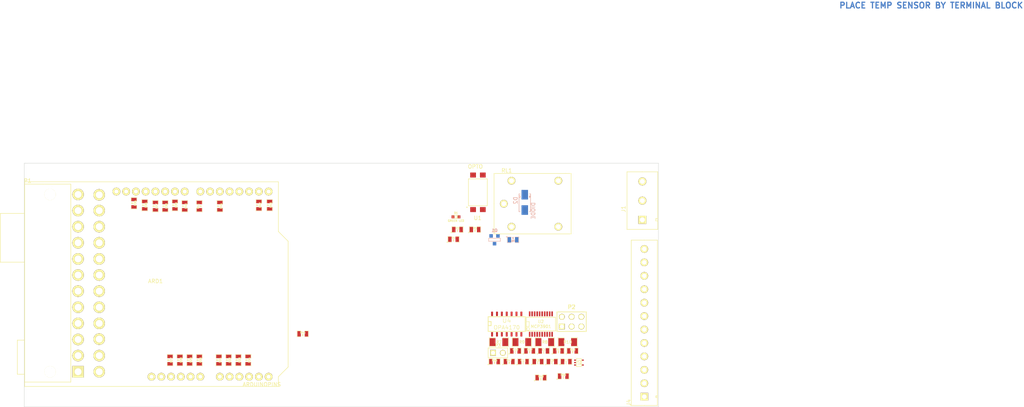
<source format=kicad_pcb>
(kicad_pcb (version 3) (host pcbnew "(2013-07-07 BZR 4022)-stable")

  (general
    (links 93)
    (no_connects 93)
    (area 140.284999 119.075999 305.485001 182.676001)
    (thickness 1.6)
    (drawings 6)
    (tracks 0)
    (zones 0)
    (modules 54)
    (nets 79)
  )

  (page USLedger)
  (title_block 
    (title BenchBudEE)
    (company "Contextual Electronics")
  )

  (layers
    (15 F.Cu signal)
    (2 PWR power)
    (1 GND power)
    (0 B.Cu signal)
    (16 B.Adhes user)
    (17 F.Adhes user)
    (18 B.Paste user)
    (19 F.Paste user)
    (20 B.SilkS user)
    (21 F.SilkS user)
    (22 B.Mask user)
    (23 F.Mask user)
    (28 Edge.Cuts user)
  )

  (setup
    (last_trace_width 0.254)
    (user_trace_width 0.1524)
    (trace_clearance 0.254)
    (zone_clearance 0.508)
    (zone_45_only no)
    (trace_min 0.1524)
    (segment_width 0.2)
    (edge_width 0.1)
    (via_size 0.889)
    (via_drill 0.635)
    (via_min_size 0.508)
    (via_min_drill 0.3302)
    (user_via 0.508 0.3302)
    (uvia_size 0.508)
    (uvia_drill 0.127)
    (uvias_allowed no)
    (uvia_min_size 0.381)
    (uvia_min_drill 0.127)
    (pcb_text_width 0.3)
    (pcb_text_size 1.5 1.5)
    (mod_edge_width 0.15)
    (mod_text_size 1 1)
    (mod_text_width 0.15)
    (pad_size 2.032 2.032)
    (pad_drill 1.016)
    (pad_to_mask_clearance 0.254)
    (solder_mask_min_width 0.127)
    (aux_axis_origin 0 0)
    (visible_elements 7FFFFFFF)
    (pcbplotparams
      (layerselection 3178497)
      (usegerberextensions true)
      (excludeedgelayer true)
      (linewidth 0.150000)
      (plotframeref false)
      (viasonmask false)
      (mode 1)
      (useauxorigin false)
      (hpglpennumber 1)
      (hpglpenspeed 20)
      (hpglpendiameter 15)
      (hpglpenoverlay 2)
      (psnegative false)
      (psa4output false)
      (plotreference true)
      (plotvalue true)
      (plotothertext true)
      (plotinvisibletext false)
      (padsonsilk false)
      (subtractmaskfromsilk false)
      (outputformat 1)
      (mirror false)
      (drillshape 1)
      (scaleselection 1)
      (outputdirectory ""))
  )

  (net 0 "")
  (net 1 +12C)
  (net 2 +12P)
  (net 3 +12V)
  (net 4 +3.3V)
  (net 5 +5V)
  (net 6 -12V)
  (net 7 /Arduino/ADC_CS_N)
  (net 8 /Arduino/FAN_MODE)
  (net 9 /Arduino/FAN_PWM)
  (net 10 /Arduino/LED_EN_PWM)
  (net 11 /Arduino/MISO)
  (net 12 /Arduino/MOSI)
  (net 13 /Arduino/RELAY+)
  (net 14 /Arduino/RELAY-)
  (net 15 /Arduino/SCLK)
  (net 16 /Arduino/V+_ADJ_MON)
  (net 17 /Arduino/V-_ADJ_MON)
  (net 18 /Arduino/~DR)
  (net 19 /Arduino/~RESET)
  (net 20 /Fan/CS_N)
  (net 21 /Fan/CURR_MEAS)
  (net 22 /Fan/FAN_OUT+)
  (net 23 /Fan/FAN_OUT-)
  (net 24 /LED_Driver/LED_STRING+)
  (net 25 /PowerAdjustmentMonitor/V+_ADJ)
  (net 26 /PowerAdjustmentMonitor/V-_ADJ)
  (net 27 /Relay/RELAY_COM)
  (net 28 /Relay/RELAY_NC)
  (net 29 /Relay/RELAY_NO)
  (net 30 /Thermocouple/CH0+)
  (net 31 /Thermocouple/CH0-)
  (net 32 /Thermocouple/CH1+)
  (net 33 /Thermocouple/CH1-)
  (net 34 AGND)
  (net 35 DGND)
  (net 36 GND)
  (net 37 N-00000105)
  (net 38 N-00000111)
  (net 39 N-00000113)
  (net 40 N-00000117)
  (net 41 N-0000033)
  (net 42 N-0000034)
  (net 43 N-0000035)
  (net 44 N-0000036)
  (net 45 N-0000037)
  (net 46 N-0000038)
  (net 47 N-0000039)
  (net 48 N-0000040)
  (net 49 N-0000041)
  (net 50 N-0000042)
  (net 51 N-0000043)
  (net 52 N-0000044)
  (net 53 N-0000045)
  (net 54 N-0000046)
  (net 55 N-0000047)
  (net 56 N-0000048)
  (net 57 N-0000050)
  (net 58 N-0000053)
  (net 59 N-0000054)
  (net 60 N-0000062)
  (net 61 N-0000063)
  (net 62 N-0000064)
  (net 63 N-0000065)
  (net 64 N-0000066)
  (net 65 N-0000067)
  (net 66 N-0000068)
  (net 67 N-0000069)
  (net 68 N-0000070)
  (net 69 N-0000074)
  (net 70 N-0000075)
  (net 71 N-0000084)
  (net 72 N-0000085)
  (net 73 N-0000086)
  (net 74 N-0000088)
  (net 75 N-0000089)
  (net 76 N-0000090)
  (net 77 N-0000091)
  (net 78 N-0000092)

  (net_class Default "This is the default net class."
    (clearance 0.254)
    (trace_width 0.254)
    (via_dia 0.889)
    (via_drill 0.635)
    (uvia_dia 0.508)
    (uvia_drill 0.127)
    (add_net "")
    (add_net +12C)
    (add_net +12P)
    (add_net +12V)
    (add_net +3.3V)
    (add_net +5V)
    (add_net -12V)
    (add_net /Arduino/ADC_CS_N)
    (add_net /Arduino/FAN_MODE)
    (add_net /Arduino/FAN_PWM)
    (add_net /Arduino/LED_EN_PWM)
    (add_net /Arduino/MISO)
    (add_net /Arduino/MOSI)
    (add_net /Arduino/RELAY+)
    (add_net /Arduino/RELAY-)
    (add_net /Arduino/SCLK)
    (add_net /Arduino/V+_ADJ_MON)
    (add_net /Arduino/V-_ADJ_MON)
    (add_net /Arduino/~DR)
    (add_net /Arduino/~RESET)
    (add_net /Fan/CS_N)
    (add_net /Fan/CURR_MEAS)
    (add_net /Fan/FAN_OUT+)
    (add_net /Fan/FAN_OUT-)
    (add_net /LED_Driver/LED_STRING+)
    (add_net /PowerAdjustmentMonitor/V+_ADJ)
    (add_net /PowerAdjustmentMonitor/V-_ADJ)
    (add_net /Relay/RELAY_COM)
    (add_net /Relay/RELAY_NC)
    (add_net /Relay/RELAY_NO)
    (add_net /Thermocouple/CH0+)
    (add_net /Thermocouple/CH0-)
    (add_net /Thermocouple/CH1+)
    (add_net /Thermocouple/CH1-)
    (add_net AGND)
    (add_net DGND)
    (add_net GND)
    (add_net N-00000105)
    (add_net N-00000111)
    (add_net N-00000113)
    (add_net N-00000117)
    (add_net N-0000033)
    (add_net N-0000034)
    (add_net N-0000035)
    (add_net N-0000036)
    (add_net N-0000037)
    (add_net N-0000038)
    (add_net N-0000039)
    (add_net N-0000040)
    (add_net N-0000041)
    (add_net N-0000042)
    (add_net N-0000043)
    (add_net N-0000044)
    (add_net N-0000045)
    (add_net N-0000046)
    (add_net N-0000047)
    (add_net N-0000048)
    (add_net N-0000050)
    (add_net N-0000053)
    (add_net N-0000054)
    (add_net N-0000062)
    (add_net N-0000063)
    (add_net N-0000064)
    (add_net N-0000065)
    (add_net N-0000066)
    (add_net N-0000067)
    (add_net N-0000068)
    (add_net N-0000069)
    (add_net N-0000070)
    (add_net N-0000074)
    (add_net N-0000075)
    (add_net N-0000084)
    (add_net N-0000085)
    (add_net N-0000086)
    (add_net N-0000088)
    (add_net N-0000089)
    (add_net N-0000090)
    (add_net N-0000091)
    (add_net N-0000092)
  )

  (module TE_SPDT (layer F.Cu) (tedit 53136645) (tstamp 530A5E8C)
    (at 265.176 129.667)
    (path /52EEE642/52F663F3)
    (fp_text reference RL1 (at 0.762 -8.636) (layer F.SilkS)
      (effects (font (size 1 1) (thickness 0.15)))
    )
    (fp_text value RELAY_SPDT (at -0.762 8.89) (layer F.SilkS) hide
      (effects (font (size 1 1) (thickness 0.15)))
    )
    (fp_line (start -2.54 7.874) (end 17.526 7.874) (layer F.SilkS) (width 0.15))
    (fp_line (start -2.54 -7.874) (end 17.526 -7.874) (layer F.SilkS) (width 0.15))
    (fp_line (start 16.002 -7.874) (end 16.256 -7.874) (layer F.SilkS) (width 0.15))
    (fp_line (start -2.54 0) (end -2.54 7.874) (layer F.SilkS) (width 0.15))
    (fp_line (start 17.526 7.874) (end 17.526 -7.874) (layer F.SilkS) (width 0.15))
    (fp_line (start -2.54 -7.874) (end -2.54 0) (layer F.SilkS) (width 0.15))
    (pad 1 thru_hole circle (at 0 0) (size 2.032 2.032) (drill 1.27)
      (layers *.Cu *.Mask F.SilkS)
      (net 27 /Relay/RELAY_COM)
    )
    (pad 2 thru_hole circle (at 2.0066 -5.9944) (size 2.032 2.032) (drill 1.27)
      (layers *.Cu *.Mask F.SilkS)
      (net 78 N-0000092)
    )
    (pad 3 thru_hole circle (at 14.1986 -5.9944) (size 2.032 2.032) (drill 1.27)
      (layers *.Cu *.Mask F.SilkS)
      (net 29 /Relay/RELAY_NO)
    )
    (pad 4 thru_hole circle (at 14.1986 5.9944) (size 2.032 2.032) (drill 1.27)
      (layers *.Cu *.Mask F.SilkS)
      (net 28 /Relay/RELAY_NC)
    )
    (pad 5 thru_hole circle (at 2.0066 5.9944) (size 2.032 2.032) (drill 1.27)
      (layers *.Cu *.Mask F.SilkS)
      (net 75 N-0000089)
    )
  )

  (module SOT23EBC (layer B.Cu) (tedit 3F980186) (tstamp 530A5DCB)
    (at 262.763 139.065 180)
    (descr "Module CMS SOT23 Transistore EBC")
    (tags "CMS SOT")
    (path /52EEE642/52F65CAD)
    (attr smd)
    (fp_text reference Q1 (at 0 2.413 180) (layer B.SilkS)
      (effects (font (size 0.762 0.762) (thickness 0.2032)) (justify mirror))
    )
    (fp_text value NPN (at 0 0 180) (layer B.SilkS) hide
      (effects (font (size 0.762 0.762) (thickness 0.2032)) (justify mirror))
    )
    (fp_line (start -1.524 0.381) (end 1.524 0.381) (layer B.SilkS) (width 0.127))
    (fp_line (start 1.524 0.381) (end 1.524 -0.381) (layer B.SilkS) (width 0.127))
    (fp_line (start 1.524 -0.381) (end -1.524 -0.381) (layer B.SilkS) (width 0.127))
    (fp_line (start -1.524 -0.381) (end -1.524 0.381) (layer B.SilkS) (width 0.127))
    (pad 1 smd rect (at -0.889 1.016 180) (size 0.9144 0.9144)
      (layers B.Cu B.Paste B.Mask)
      (net 73 N-0000086)
    )
    (pad 2 smd rect (at 0.889 1.016 180) (size 0.9144 0.9144)
      (layers B.Cu B.Paste B.Mask)
      (net 71 N-0000084)
    )
    (pad 3 smd rect (at 0 -1.016 180) (size 0.9144 0.9144)
      (layers B.Cu B.Paste B.Mask)
      (net 75 N-0000089)
    )
    (model smd/cms_sot23.wrl
      (at (xyz 0 0 0))
      (scale (xyz 0.13 0.15 0.15))
      (rotate (xyz 0 0 0))
    )
  )

  (module SMA-DIODE (layer B.Cu) (tedit 5308BFF9) (tstamp 530A5E24)
    (at 270.637 131.318 90)
    (path /52EEE642/52F66DA7)
    (fp_text reference D2 (at 2.5 -2.4 90) (layer B.SilkS)
      (effects (font (size 1 1) (thickness 0.15)) (justify mirror))
    )
    (fp_text value DIODE (at -0.2 2.2 90) (layer B.SilkS)
      (effects (font (size 1 1) (thickness 0.15)) (justify mirror))
    )
    (fp_line (start 3.7 -1.4) (end 3.7 -1.2) (layer B.SilkS) (width 0.15))
    (fp_line (start 3.7 1.5) (end 3.7 1.2) (layer B.SilkS) (width 0.15))
    (fp_line (start 3.6 1.4) (end 3.6 1.2) (layer B.SilkS) (width 0.15))
    (fp_line (start 3.6 -1.4) (end 3.6 -1.2) (layer B.SilkS) (width 0.15))
    (fp_line (start 3.5 -1.4) (end 3.5 -1.2) (layer B.SilkS) (width 0.15))
    (fp_line (start 3.5 1.4) (end 3.5 1.2) (layer B.SilkS) (width 0.15))
    (fp_line (start 3.3 1.4) (end 3.3 1.2) (layer B.SilkS) (width 0.15))
    (fp_line (start 3.4 1.2) (end 3.5 1.4) (layer B.SilkS) (width 0.15))
    (fp_line (start 3.4 1.4) (end 3.4 1.2) (layer B.SilkS) (width 0.15))
    (fp_line (start 3.4 -1.4) (end 3.4 -1.2) (layer B.SilkS) (width 0.15))
    (fp_line (start 3.4 -1.2) (end 3.5 -1.4) (layer B.SilkS) (width 0.15))
    (fp_line (start 3.3 -1.4) (end 3.3 -1.2) (layer B.SilkS) (width 0.15))
    (fp_line (start 4.2 1.2) (end 4.2 1.4) (layer B.SilkS) (width 0.15))
    (fp_line (start 4.2 1.4) (end 4.2 1.5) (layer B.SilkS) (width 0.15))
    (fp_line (start 4.2 1.5) (end -0.4 1.5) (layer B.SilkS) (width 0.15))
    (fp_line (start -0.4 1.5) (end -0.4 1.2) (layer B.SilkS) (width 0.15))
    (fp_line (start -0.4 -1.2) (end -0.4 -1.5) (layer B.SilkS) (width 0.15))
    (fp_line (start -0.4 -1.5) (end 4.2 -1.5) (layer B.SilkS) (width 0.15))
    (fp_line (start 4.2 -1.5) (end 4.2 -1.2) (layer B.SilkS) (width 0.15))
    (pad 1 smd rect (at 0 0 90) (size 2.5 1.7)
      (layers B.Cu B.Paste B.Mask)
      (net 75 N-0000089)
    )
    (pad 2 smd rect (at 4 0 90) (size 2.5 1.7)
      (layers B.Cu B.Paste B.Mask)
      (net 78 N-0000092)
    )
  )

  (module SM0805 (layer F.Cu) (tedit 5091495C) (tstamp 530A5D25)
    (at 257.683 136.398)
    (path /52EEE642/5305826F)
    (attr smd)
    (fp_text reference R5 (at 0 -0.3175) (layer F.SilkS)
      (effects (font (size 0.50038 0.50038) (thickness 0.10922)))
    )
    (fp_text value R (at 0 0.381) (layer F.SilkS)
      (effects (font (size 0.50038 0.50038) (thickness 0.10922)))
    )
    (fp_circle (center -1.651 0.762) (end -1.651 0.635) (layer F.SilkS) (width 0.09906))
    (fp_line (start -0.508 0.762) (end -1.524 0.762) (layer F.SilkS) (width 0.09906))
    (fp_line (start -1.524 0.762) (end -1.524 -0.762) (layer F.SilkS) (width 0.09906))
    (fp_line (start -1.524 -0.762) (end -0.508 -0.762) (layer F.SilkS) (width 0.09906))
    (fp_line (start 0.508 -0.762) (end 1.524 -0.762) (layer F.SilkS) (width 0.09906))
    (fp_line (start 1.524 -0.762) (end 1.524 0.762) (layer F.SilkS) (width 0.09906))
    (fp_line (start 1.524 0.762) (end 0.508 0.762) (layer F.SilkS) (width 0.09906))
    (pad 1 smd rect (at -0.9525 0) (size 0.889 1.397)
      (layers F.Cu F.Paste F.Mask)
      (net 78 N-0000092)
    )
    (pad 2 smd rect (at 0.9525 0) (size 0.889 1.397)
      (layers F.Cu F.Paste F.Mask)
      (net 2 +12P)
    )
    (model smd/chip_cms.wrl
      (at (xyz 0 0 0))
      (scale (xyz 0.1 0.1 0.1))
      (rotate (xyz 0 0 0))
    )
  )

  (module SM0805 (layer B.Cu) (tedit 5091495C) (tstamp 530A5D17)
    (at 267.589 139.065)
    (path /52EEE642/52F665DD)
    (attr smd)
    (fp_text reference R6 (at 0 0.3175) (layer B.SilkS)
      (effects (font (size 0.50038 0.50038) (thickness 0.10922)) (justify mirror))
    )
    (fp_text value R (at 0 -0.381) (layer B.SilkS)
      (effects (font (size 0.50038 0.50038) (thickness 0.10922)) (justify mirror))
    )
    (fp_circle (center -1.651 -0.762) (end -1.651 -0.635) (layer B.SilkS) (width 0.09906))
    (fp_line (start -0.508 -0.762) (end -1.524 -0.762) (layer B.SilkS) (width 0.09906))
    (fp_line (start -1.524 -0.762) (end -1.524 0.762) (layer B.SilkS) (width 0.09906))
    (fp_line (start -1.524 0.762) (end -0.508 0.762) (layer B.SilkS) (width 0.09906))
    (fp_line (start 0.508 0.762) (end 1.524 0.762) (layer B.SilkS) (width 0.09906))
    (fp_line (start 1.524 0.762) (end 1.524 -0.762) (layer B.SilkS) (width 0.09906))
    (fp_line (start 1.524 -0.762) (end 0.508 -0.762) (layer B.SilkS) (width 0.09906))
    (pad 1 smd rect (at -0.9525 0) (size 0.889 1.397)
      (layers B.Cu B.Paste B.Mask)
      (net 73 N-0000086)
    )
    (pad 2 smd rect (at 0.9525 0) (size 0.889 1.397)
      (layers B.Cu B.Paste B.Mask)
      (net 35 DGND)
    )
    (model smd/chip_cms.wrl
      (at (xyz 0 0 0))
      (scale (xyz 0.1 0.1 0.1))
      (rotate (xyz 0 0 0))
    )
  )

  (module SM0805 (layer F.Cu) (tedit 5091495C) (tstamp 530A5D09)
    (at 253.111 136.398)
    (path /52EEE642/52F66784)
    (attr smd)
    (fp_text reference R3 (at 0 -0.3175) (layer F.SilkS)
      (effects (font (size 0.50038 0.50038) (thickness 0.10922)))
    )
    (fp_text value R (at 0 0.381) (layer F.SilkS)
      (effects (font (size 0.50038 0.50038) (thickness 0.10922)))
    )
    (fp_circle (center -1.651 0.762) (end -1.651 0.635) (layer F.SilkS) (width 0.09906))
    (fp_line (start -0.508 0.762) (end -1.524 0.762) (layer F.SilkS) (width 0.09906))
    (fp_line (start -1.524 0.762) (end -1.524 -0.762) (layer F.SilkS) (width 0.09906))
    (fp_line (start -1.524 -0.762) (end -0.508 -0.762) (layer F.SilkS) (width 0.09906))
    (fp_line (start 0.508 -0.762) (end 1.524 -0.762) (layer F.SilkS) (width 0.09906))
    (fp_line (start 1.524 -0.762) (end 1.524 0.762) (layer F.SilkS) (width 0.09906))
    (fp_line (start 1.524 0.762) (end 0.508 0.762) (layer F.SilkS) (width 0.09906))
    (pad 1 smd rect (at -0.9525 0) (size 0.889 1.397)
      (layers F.Cu F.Paste F.Mask)
      (net 74 N-0000088)
    )
    (pad 2 smd rect (at 0.9525 0) (size 0.889 1.397)
      (layers F.Cu F.Paste F.Mask)
      (net 2 +12P)
    )
    (model smd/chip_cms.wrl
      (at (xyz 0 0 0))
      (scale (xyz 0.1 0.1 0.1))
      (rotate (xyz 0 0 0))
    )
  )

  (module SM0805 (layer F.Cu) (tedit 5091495C) (tstamp 530A5CFB)
    (at 252.095 138.938)
    (path /52EEE642/52F65C9E)
    (attr smd)
    (fp_text reference R4 (at 0 -0.3175) (layer F.SilkS)
      (effects (font (size 0.50038 0.50038) (thickness 0.10922)))
    )
    (fp_text value R (at 0 0.381) (layer F.SilkS)
      (effects (font (size 0.50038 0.50038) (thickness 0.10922)))
    )
    (fp_circle (center -1.651 0.762) (end -1.651 0.635) (layer F.SilkS) (width 0.09906))
    (fp_line (start -0.508 0.762) (end -1.524 0.762) (layer F.SilkS) (width 0.09906))
    (fp_line (start -1.524 0.762) (end -1.524 -0.762) (layer F.SilkS) (width 0.09906))
    (fp_line (start -1.524 -0.762) (end -0.508 -0.762) (layer F.SilkS) (width 0.09906))
    (fp_line (start 0.508 -0.762) (end 1.524 -0.762) (layer F.SilkS) (width 0.09906))
    (fp_line (start 1.524 -0.762) (end 1.524 0.762) (layer F.SilkS) (width 0.09906))
    (fp_line (start 1.524 0.762) (end 0.508 0.762) (layer F.SilkS) (width 0.09906))
    (pad 1 smd rect (at -0.9525 0) (size 0.889 1.397)
      (layers F.Cu F.Paste F.Mask)
      (net 77 N-0000091)
    )
    (pad 2 smd rect (at 0.9525 0) (size 0.889 1.397)
      (layers F.Cu F.Paste F.Mask)
      (net 71 N-0000084)
    )
    (model smd/chip_cms.wrl
      (at (xyz 0 0 0))
      (scale (xyz 0.1 0.1 0.1))
      (rotate (xyz 0 0 0))
    )
  )

  (module LED-0603 (layer F.Cu) (tedit 4E16AFB4) (tstamp 530A5CDF)
    (at 252.73 133.096)
    (descr "LED 0603 smd package")
    (tags "LED led 0603 SMD smd SMT smt smdled SMDLED smtled SMTLED")
    (path /52EEE642/52F65CBC)
    (attr smd)
    (fp_text reference D1 (at 0 -1.016) (layer F.SilkS)
      (effects (font (size 0.508 0.508) (thickness 0.127)))
    )
    (fp_text value "GREEN LED" (at 0 1.016) (layer F.SilkS)
      (effects (font (size 0.508 0.508) (thickness 0.127)))
    )
    (fp_line (start 0.44958 -0.44958) (end 0.44958 0.44958) (layer F.SilkS) (width 0.06604))
    (fp_line (start 0.44958 0.44958) (end 0.84836 0.44958) (layer F.SilkS) (width 0.06604))
    (fp_line (start 0.84836 -0.44958) (end 0.84836 0.44958) (layer F.SilkS) (width 0.06604))
    (fp_line (start 0.44958 -0.44958) (end 0.84836 -0.44958) (layer F.SilkS) (width 0.06604))
    (fp_line (start -0.84836 -0.44958) (end -0.84836 0.44958) (layer F.SilkS) (width 0.06604))
    (fp_line (start -0.84836 0.44958) (end -0.44958 0.44958) (layer F.SilkS) (width 0.06604))
    (fp_line (start -0.44958 -0.44958) (end -0.44958 0.44958) (layer F.SilkS) (width 0.06604))
    (fp_line (start -0.84836 -0.44958) (end -0.44958 -0.44958) (layer F.SilkS) (width 0.06604))
    (fp_line (start 0 -0.44958) (end 0 -0.29972) (layer F.SilkS) (width 0.06604))
    (fp_line (start 0 -0.29972) (end 0.29972 -0.29972) (layer F.SilkS) (width 0.06604))
    (fp_line (start 0.29972 -0.44958) (end 0.29972 -0.29972) (layer F.SilkS) (width 0.06604))
    (fp_line (start 0 -0.44958) (end 0.29972 -0.44958) (layer F.SilkS) (width 0.06604))
    (fp_line (start 0 0.29972) (end 0 0.44958) (layer F.SilkS) (width 0.06604))
    (fp_line (start 0 0.44958) (end 0.29972 0.44958) (layer F.SilkS) (width 0.06604))
    (fp_line (start 0.29972 0.29972) (end 0.29972 0.44958) (layer F.SilkS) (width 0.06604))
    (fp_line (start 0 0.29972) (end 0.29972 0.29972) (layer F.SilkS) (width 0.06604))
    (fp_line (start 0 -0.14986) (end 0 0.14986) (layer F.SilkS) (width 0.06604))
    (fp_line (start 0 0.14986) (end 0.29972 0.14986) (layer F.SilkS) (width 0.06604))
    (fp_line (start 0.29972 -0.14986) (end 0.29972 0.14986) (layer F.SilkS) (width 0.06604))
    (fp_line (start 0 -0.14986) (end 0.29972 -0.14986) (layer F.SilkS) (width 0.06604))
    (fp_line (start 0.44958 -0.39878) (end -0.44958 -0.39878) (layer F.SilkS) (width 0.1016))
    (fp_line (start 0.44958 0.39878) (end -0.44958 0.39878) (layer F.SilkS) (width 0.1016))
    (pad 1 smd rect (at -0.7493 0) (size 0.79756 0.79756)
      (layers F.Cu F.Paste F.Mask)
      (net 77 N-0000091)
    )
    (pad 2 smd rect (at 0.7493 0) (size 0.79756 0.79756)
      (layers F.Cu F.Paste F.Mask)
      (net 76 N-0000090)
    )
  )

  (module 4-SMD (layer F.Cu) (tedit 5308BB2F) (tstamp 530A5E62)
    (at 257.175 131.191)
    (path /52EEE642/530580F0)
    (fp_text reference U1 (at 1.2 2.2) (layer F.SilkS)
      (effects (font (size 1 1) (thickness 0.15)))
    )
    (fp_text value OPTO (at 0.6 -11.2) (layer F.SilkS)
      (effects (font (size 1 1) (thickness 0.15)))
    )
    (fp_circle (center -1.6 -0.6) (end -1.5 -0.6) (layer F.SilkS) (width 0.15))
    (fp_line (start -1.2 -1) (end 3.7 -1) (layer F.SilkS) (width 0.15))
    (fp_line (start 3.7 -1) (end 3.7 -8) (layer F.SilkS) (width 0.15))
    (fp_line (start 3.7 -8) (end -1.2 -8) (layer F.SilkS) (width 0.15))
    (fp_line (start -1.2 -8) (end -1.2 -1) (layer F.SilkS) (width 0.15))
    (pad 1 smd rect (at 0 0) (size 1.5 1.3)
      (layers F.Cu F.Paste F.Mask)
      (net 13 /Arduino/RELAY+)
    )
    (pad 2 smd rect (at 2.54 0) (size 1.5 1.3)
      (layers F.Cu F.Paste F.Mask)
      (net 72 N-0000085)
    )
    (pad 3 smd rect (at 2.54 -9) (size 1.5 1.3)
      (layers F.Cu F.Paste F.Mask)
      (net 77 N-0000091)
    )
    (pad 4 smd rect (at 0 -9) (size 1.5 1.3)
      (layers F.Cu F.Paste F.Mask)
      (net 74 N-0000088)
    )
  )

  (module SSOP20 (layer F.Cu) (tedit 48B5A104) (tstamp 530A5E54)
    (at 274.828 161.036)
    (descr "SSOP 20 pins")
    (tags "CMS SSOP SMD")
    (path /52EEE626/530A5C99)
    (attr smd)
    (fp_text reference U2 (at 0 -0.635) (layer F.SilkS)
      (effects (font (size 0.762 0.762) (thickness 0.127)))
    )
    (fp_text value MCP3901 (at 0 0.635) (layer F.SilkS)
      (effects (font (size 0.762 0.762) (thickness 0.127)))
    )
    (fp_line (start 3.81 -1.778) (end -3.81 -1.778) (layer F.SilkS) (width 0.1651))
    (fp_line (start -3.81 1.778) (end 3.81 1.778) (layer F.SilkS) (width 0.1651))
    (fp_line (start 3.81 -1.778) (end 3.81 1.778) (layer F.SilkS) (width 0.1651))
    (fp_line (start -3.81 1.778) (end -3.81 -1.778) (layer F.SilkS) (width 0.1524))
    (fp_circle (center -3.302 1.27) (end -3.556 1.016) (layer F.SilkS) (width 0.127))
    (fp_line (start -3.81 -0.635) (end -3.048 -0.635) (layer F.SilkS) (width 0.127))
    (fp_line (start -3.048 -0.635) (end -3.048 0.635) (layer F.SilkS) (width 0.127))
    (fp_line (start -3.048 0.635) (end -3.81 0.635) (layer F.SilkS) (width 0.127))
    (pad 1 smd rect (at -2.921 2.667) (size 0.4064 1.27)
      (layers F.Cu F.Paste F.Mask)
      (net 19 /Arduino/~RESET)
    )
    (pad 2 smd rect (at -2.286 2.667) (size 0.4064 1.27)
      (layers F.Cu F.Paste F.Mask)
      (net 5 +5V)
    )
    (pad 3 smd rect (at -1.6256 2.667) (size 0.4064 1.27)
      (layers F.Cu F.Paste F.Mask)
      (net 5 +5V)
    )
    (pad 4 smd rect (at -0.9652 2.667) (size 0.4064 1.27)
      (layers F.Cu F.Paste F.Mask)
      (net 30 /Thermocouple/CH0+)
    )
    (pad 5 smd rect (at -0.3302 2.667) (size 0.4064 1.27)
      (layers F.Cu F.Paste F.Mask)
      (net 31 /Thermocouple/CH0-)
    )
    (pad 6 smd rect (at 0.3302 2.667) (size 0.4064 1.27)
      (layers F.Cu F.Paste F.Mask)
      (net 33 /Thermocouple/CH1-)
    )
    (pad 7 smd rect (at 0.9906 2.667) (size 0.4064 1.27)
      (layers F.Cu F.Paste F.Mask)
      (net 32 /Thermocouple/CH1+)
    )
    (pad 8 smd rect (at 1.6256 2.667) (size 0.4064 1.27)
      (layers F.Cu F.Paste F.Mask)
      (net 34 AGND)
    )
    (pad 9 smd rect (at 2.286 2.667) (size 0.4064 1.27)
      (layers F.Cu F.Paste F.Mask)
    )
    (pad 10 smd rect (at 2.921 2.667) (size 0.4064 1.27)
      (layers F.Cu F.Paste F.Mask)
    )
    (pad 11 smd rect (at 2.921 -2.667) (size 0.4064 1.27)
      (layers F.Cu F.Paste F.Mask)
      (net 34 AGND)
    )
    (pad 12 smd rect (at 2.286 -2.667) (size 0.4064 1.27)
      (layers F.Cu F.Paste F.Mask)
      (net 69 N-0000074)
    )
    (pad 13 smd rect (at 1.6256 -2.667) (size 0.4064 1.27)
      (layers F.Cu F.Paste F.Mask)
      (net 70 N-0000075)
    )
    (pad 14 smd rect (at 0.9906 -2.667) (size 0.4064 1.27)
      (layers F.Cu F.Paste F.Mask)
      (net 18 /Arduino/~DR)
    )
    (pad 15 smd rect (at 0.3302 -2.667) (size 0.4064 1.27)
      (layers F.Cu F.Paste F.Mask)
    )
    (pad 16 smd rect (at -0.3302 -2.667) (size 0.4064 1.27)
      (layers F.Cu F.Paste F.Mask)
    )
    (pad 17 smd rect (at -0.9652 -2.667) (size 0.4064 1.27)
      (layers F.Cu F.Paste F.Mask)
      (net 7 /Arduino/ADC_CS_N)
    )
    (pad 18 smd rect (at -1.6256 -2.667) (size 0.4064 1.27)
      (layers F.Cu F.Paste F.Mask)
      (net 15 /Arduino/SCLK)
    )
    (pad 19 smd rect (at -2.286 -2.667) (size 0.4064 1.27)
      (layers F.Cu F.Paste F.Mask)
      (net 11 /Arduino/MISO)
    )
    (pad 20 smd rect (at -2.921 -2.667) (size 0.4064 1.27)
      (layers F.Cu F.Paste F.Mask)
      (net 12 /Arduino/MOSI)
    )
    (model smd/cms_so20.wrl
      (at (xyz 0 0 0))
      (scale (xyz 0.255 0.33 0.3))
      (rotate (xyz 0 0 0))
    )
  )

  (module SOT353 (layer F.Cu) (tedit 503FB44B) (tstamp 530A5CED)
    (at 284.734 171.069)
    (descr SOT353)
    (path /52EEE626/530A7021)
    (attr smd)
    (fp_text reference U3 (at 0.09906 0 90) (layer F.SilkS)
      (effects (font (size 0.762 0.635) (thickness 0.127)))
    )
    (fp_text value LMT84 (at 0.09906 0 90) (layer F.SilkS) hide
      (effects (font (size 0.762 0.635) (thickness 0.127)))
    )
    (fp_line (start 0.635 1.016) (end 0.635 -1.016) (layer F.SilkS) (width 0.1524))
    (fp_line (start 0.635 -1.016) (end -0.635 -1.016) (layer F.SilkS) (width 0.1524))
    (fp_line (start -0.635 -1.016) (end -0.635 1.016) (layer F.SilkS) (width 0.1524))
    (fp_line (start -0.635 1.016) (end 0.635 1.016) (layer F.SilkS) (width 0.1524))
    (pad 1 smd rect (at -1.016 -0.635) (size 0.508 0.3048)
      (layers F.Cu F.Paste F.Mask)
      (net 34 AGND)
    )
    (pad 3 smd rect (at -1.016 0.635) (size 0.508 0.3048)
      (layers F.Cu F.Paste F.Mask)
      (net 32 /Thermocouple/CH1+)
    )
    (pad 5 smd rect (at 1.016 -0.635) (size 0.508 0.3048)
      (layers F.Cu F.Paste F.Mask)
      (net 34 AGND)
    )
    (pad 2 smd rect (at -1.016 0) (size 0.508 0.3048)
      (layers F.Cu F.Paste F.Mask)
      (net 34 AGND)
    )
    (pad 4 smd rect (at 1.016 0.635) (size 0.508 0.3048)
      (layers F.Cu F.Paste F.Mask)
      (net 5 +5V)
    )
    (model smd/SOT23_5.wrl
      (at (xyz 0 0 0))
      (scale (xyz 0.07000000000000001 0.09 0.08))
      (rotate (xyz 0 0 90))
    )
  )

  (module SO14E (layer F.Cu) (tedit 42806FBF) (tstamp 530A5E7C)
    (at 265.938 160.909)
    (descr "module CMS SOJ 14 pins etroit")
    (tags "CMS SOJ")
    (path /52EEE626/52F2F542)
    (attr smd)
    (fp_text reference U4 (at 0 -0.762) (layer F.SilkS)
      (effects (font (size 1.016 1.143) (thickness 0.127)))
    )
    (fp_text value OPA4170 (at 0 1.016) (layer F.SilkS)
      (effects (font (size 1.016 1.016) (thickness 0.127)))
    )
    (fp_line (start -4.826 -1.778) (end 4.826 -1.778) (layer F.SilkS) (width 0.2032))
    (fp_line (start 4.826 -1.778) (end 4.826 2.032) (layer F.SilkS) (width 0.2032))
    (fp_line (start 4.826 2.032) (end -4.826 2.032) (layer F.SilkS) (width 0.2032))
    (fp_line (start -4.826 2.032) (end -4.826 -1.778) (layer F.SilkS) (width 0.2032))
    (fp_line (start -4.826 -0.508) (end -4.064 -0.508) (layer F.SilkS) (width 0.2032))
    (fp_line (start -4.064 -0.508) (end -4.064 0.508) (layer F.SilkS) (width 0.2032))
    (fp_line (start -4.064 0.508) (end -4.826 0.508) (layer F.SilkS) (width 0.2032))
    (pad 1 smd rect (at -3.81 2.794) (size 0.508 1.143)
      (layers F.Cu F.Paste F.Mask)
      (net 30 /Thermocouple/CH0+)
    )
    (pad 2 smd rect (at -2.54 2.794) (size 0.508 1.143)
      (layers F.Cu F.Paste F.Mask)
      (net 62 N-0000064)
    )
    (pad 3 smd rect (at -1.27 2.794) (size 0.508 1.143)
      (layers F.Cu F.Paste F.Mask)
      (net 64 N-0000066)
    )
    (pad 4 smd rect (at 0 2.794) (size 0.508 1.143)
      (layers F.Cu F.Paste F.Mask)
      (net 3 +12V)
    )
    (pad 5 smd rect (at 1.27 2.794) (size 0.508 1.143)
      (layers F.Cu F.Paste F.Mask)
    )
    (pad 6 smd rect (at 2.54 2.794) (size 0.508 1.143)
      (layers F.Cu F.Paste F.Mask)
    )
    (pad 7 smd rect (at 3.81 2.794) (size 0.508 1.143)
      (layers F.Cu F.Paste F.Mask)
    )
    (pad 8 smd rect (at 3.81 -2.54) (size 0.508 1.143)
      (layers F.Cu F.Paste F.Mask)
      (net 61 N-0000063)
    )
    (pad 9 smd rect (at 2.54 -2.54) (size 0.508 1.143)
      (layers F.Cu F.Paste F.Mask)
      (net 68 N-0000070)
    )
    (pad 10 smd rect (at 1.27 -2.54) (size 0.508 1.143)
      (layers F.Cu F.Paste F.Mask)
    )
    (pad 11 smd rect (at 0 -2.54) (size 0.508 1.143)
      (layers F.Cu F.Paste F.Mask)
      (net 6 -12V)
    )
    (pad 12 smd rect (at -1.27 -2.54) (size 0.508 1.143)
      (layers F.Cu F.Paste F.Mask)
    )
    (pad 13 smd rect (at -2.54 -2.54) (size 0.508 1.143)
      (layers F.Cu F.Paste F.Mask)
      (net 63 N-0000065)
    )
    (pad 14 smd rect (at -3.81 -2.54) (size 0.508 1.143)
      (layers F.Cu F.Paste F.Mask)
      (net 60 N-0000062)
    )
    (model smd/cms_so14.wrl
      (at (xyz 0 0 0))
      (scale (xyz 0.5 0.3 0.5))
      (rotate (xyz 0 0 0))
    )
  )

  (module SM1206 (layer F.Cu) (tedit 42806E24) (tstamp 530A5DE3)
    (at 281.813 165.735)
    (path /52EEE626/52F2F5F1)
    (attr smd)
    (fp_text reference R10 (at 0 0) (layer F.SilkS)
      (effects (font (size 0.762 0.762) (thickness 0.127)))
    )
    (fp_text value R (at 0 0) (layer F.SilkS) hide
      (effects (font (size 0.762 0.762) (thickness 0.127)))
    )
    (fp_line (start -2.54 -1.143) (end -2.54 1.143) (layer F.SilkS) (width 0.127))
    (fp_line (start -2.54 1.143) (end -0.889 1.143) (layer F.SilkS) (width 0.127))
    (fp_line (start 0.889 -1.143) (end 2.54 -1.143) (layer F.SilkS) (width 0.127))
    (fp_line (start 2.54 -1.143) (end 2.54 1.143) (layer F.SilkS) (width 0.127))
    (fp_line (start 2.54 1.143) (end 0.889 1.143) (layer F.SilkS) (width 0.127))
    (fp_line (start -0.889 -1.143) (end -2.54 -1.143) (layer F.SilkS) (width 0.127))
    (pad 1 smd rect (at -1.651 0) (size 1.524 2.032)
      (layers F.Cu F.Paste F.Mask)
      (net 64 N-0000066)
    )
    (pad 2 smd rect (at 1.651 0) (size 1.524 2.032)
      (layers F.Cu F.Paste F.Mask)
      (net 60 N-0000062)
    )
    (model smd/chip_cms.wrl
      (at (xyz 0 0 0))
      (scale (xyz 0.17 0.16 0.16))
      (rotate (xyz 0 0 0))
    )
  )

  (module SM1206 (layer F.Cu) (tedit 42806E24) (tstamp 530A5DF0)
    (at 275.844 165.735)
    (path /52EEE626/52F2F625)
    (attr smd)
    (fp_text reference R8 (at 0 0) (layer F.SilkS)
      (effects (font (size 0.762 0.762) (thickness 0.127)))
    )
    (fp_text value R (at 0 0) (layer F.SilkS) hide
      (effects (font (size 0.762 0.762) (thickness 0.127)))
    )
    (fp_line (start -2.54 -1.143) (end -2.54 1.143) (layer F.SilkS) (width 0.127))
    (fp_line (start -2.54 1.143) (end -0.889 1.143) (layer F.SilkS) (width 0.127))
    (fp_line (start 0.889 -1.143) (end 2.54 -1.143) (layer F.SilkS) (width 0.127))
    (fp_line (start 2.54 -1.143) (end 2.54 1.143) (layer F.SilkS) (width 0.127))
    (fp_line (start 2.54 1.143) (end 0.889 1.143) (layer F.SilkS) (width 0.127))
    (fp_line (start -0.889 -1.143) (end -2.54 -1.143) (layer F.SilkS) (width 0.127))
    (pad 1 smd rect (at -1.651 0) (size 1.524 2.032)
      (layers F.Cu F.Paste F.Mask)
      (net 34 AGND)
    )
    (pad 2 smd rect (at 1.651 0) (size 1.524 2.032)
      (layers F.Cu F.Paste F.Mask)
      (net 64 N-0000066)
    )
    (model smd/chip_cms.wrl
      (at (xyz 0 0 0))
      (scale (xyz 0.17 0.16 0.16))
      (rotate (xyz 0 0 0))
    )
  )

  (module SM1206 (layer F.Cu) (tedit 42806E24) (tstamp 530A5E0A)
    (at 263.906 165.735)
    (path /52EEE626/52F2F62B)
    (attr smd)
    (fp_text reference R7 (at 0 0) (layer F.SilkS)
      (effects (font (size 0.762 0.762) (thickness 0.127)))
    )
    (fp_text value R (at 0 0) (layer F.SilkS) hide
      (effects (font (size 0.762 0.762) (thickness 0.127)))
    )
    (fp_line (start -2.54 -1.143) (end -2.54 1.143) (layer F.SilkS) (width 0.127))
    (fp_line (start -2.54 1.143) (end -0.889 1.143) (layer F.SilkS) (width 0.127))
    (fp_line (start 0.889 -1.143) (end 2.54 -1.143) (layer F.SilkS) (width 0.127))
    (fp_line (start 2.54 -1.143) (end 2.54 1.143) (layer F.SilkS) (width 0.127))
    (fp_line (start 2.54 1.143) (end 0.889 1.143) (layer F.SilkS) (width 0.127))
    (fp_line (start -0.889 -1.143) (end -2.54 -1.143) (layer F.SilkS) (width 0.127))
    (pad 1 smd rect (at -1.651 0) (size 1.524 2.032)
      (layers F.Cu F.Paste F.Mask)
      (net 30 /Thermocouple/CH0+)
    )
    (pad 2 smd rect (at 1.651 0) (size 1.524 2.032)
      (layers F.Cu F.Paste F.Mask)
      (net 62 N-0000064)
    )
    (model smd/chip_cms.wrl
      (at (xyz 0 0 0))
      (scale (xyz 0.17 0.16 0.16))
      (rotate (xyz 0 0 0))
    )
  )

  (module SM1206 (layer F.Cu) (tedit 42806E24) (tstamp 530A5DFD)
    (at 269.875 165.735)
    (path /52EEE626/52F2F638)
    (attr smd)
    (fp_text reference R9 (at 0 0) (layer F.SilkS)
      (effects (font (size 0.762 0.762) (thickness 0.127)))
    )
    (fp_text value R (at 0 0) (layer F.SilkS) hide
      (effects (font (size 0.762 0.762) (thickness 0.127)))
    )
    (fp_line (start -2.54 -1.143) (end -2.54 1.143) (layer F.SilkS) (width 0.127))
    (fp_line (start -2.54 1.143) (end -0.889 1.143) (layer F.SilkS) (width 0.127))
    (fp_line (start 0.889 -1.143) (end 2.54 -1.143) (layer F.SilkS) (width 0.127))
    (fp_line (start 2.54 -1.143) (end 2.54 1.143) (layer F.SilkS) (width 0.127))
    (fp_line (start 2.54 1.143) (end 0.889 1.143) (layer F.SilkS) (width 0.127))
    (fp_line (start -0.889 -1.143) (end -2.54 -1.143) (layer F.SilkS) (width 0.127))
    (pad 1 smd rect (at -1.651 0) (size 1.524 2.032)
      (layers F.Cu F.Paste F.Mask)
      (net 62 N-0000064)
    )
    (pad 2 smd rect (at 1.651 0) (size 1.524 2.032)
      (layers F.Cu F.Paste F.Mask)
      (net 61 N-0000063)
    )
    (model smd/chip_cms.wrl
      (at (xyz 0 0 0))
      (scale (xyz 0.17 0.16 0.16))
      (rotate (xyz 0 0 0))
    )
  )

  (module SM0805 (layer F.Cu) (tedit 5091495C) (tstamp 530A5D33)
    (at 281.432 170.815)
    (path /52EEE626/530A6055)
    (attr smd)
    (fp_text reference C7 (at 0 -0.3175) (layer F.SilkS)
      (effects (font (size 0.50038 0.50038) (thickness 0.10922)))
    )
    (fp_text value C (at 0 0.381) (layer F.SilkS)
      (effects (font (size 0.50038 0.50038) (thickness 0.10922)))
    )
    (fp_circle (center -1.651 0.762) (end -1.651 0.635) (layer F.SilkS) (width 0.09906))
    (fp_line (start -0.508 0.762) (end -1.524 0.762) (layer F.SilkS) (width 0.09906))
    (fp_line (start -1.524 0.762) (end -1.524 -0.762) (layer F.SilkS) (width 0.09906))
    (fp_line (start -1.524 -0.762) (end -0.508 -0.762) (layer F.SilkS) (width 0.09906))
    (fp_line (start 0.508 -0.762) (end 1.524 -0.762) (layer F.SilkS) (width 0.09906))
    (fp_line (start 1.524 -0.762) (end 1.524 0.762) (layer F.SilkS) (width 0.09906))
    (fp_line (start 1.524 0.762) (end 0.508 0.762) (layer F.SilkS) (width 0.09906))
    (pad 1 smd rect (at -0.9525 0) (size 0.889 1.397)
      (layers F.Cu F.Paste F.Mask)
      (net 30 /Thermocouple/CH0+)
    )
    (pad 2 smd rect (at 0.9525 0) (size 0.889 1.397)
      (layers F.Cu F.Paste F.Mask)
      (net 34 AGND)
    )
    (model smd/chip_cms.wrl
      (at (xyz 0 0 0))
      (scale (xyz 0.1 0.1 0.1))
      (rotate (xyz 0 0 0))
    )
  )

  (module SM0805 (layer F.Cu) (tedit 5091495C) (tstamp 530A5D41)
    (at 277.749 170.815)
    (path /52EEE626/530A7915)
    (attr smd)
    (fp_text reference C9 (at 0 -0.3175) (layer F.SilkS)
      (effects (font (size 0.50038 0.50038) (thickness 0.10922)))
    )
    (fp_text value C (at 0 0.381) (layer F.SilkS)
      (effects (font (size 0.50038 0.50038) (thickness 0.10922)))
    )
    (fp_circle (center -1.651 0.762) (end -1.651 0.635) (layer F.SilkS) (width 0.09906))
    (fp_line (start -0.508 0.762) (end -1.524 0.762) (layer F.SilkS) (width 0.09906))
    (fp_line (start -1.524 0.762) (end -1.524 -0.762) (layer F.SilkS) (width 0.09906))
    (fp_line (start -1.524 -0.762) (end -0.508 -0.762) (layer F.SilkS) (width 0.09906))
    (fp_line (start 0.508 -0.762) (end 1.524 -0.762) (layer F.SilkS) (width 0.09906))
    (fp_line (start 1.524 -0.762) (end 1.524 0.762) (layer F.SilkS) (width 0.09906))
    (fp_line (start 1.524 0.762) (end 0.508 0.762) (layer F.SilkS) (width 0.09906))
    (pad 1 smd rect (at -0.9525 0) (size 0.889 1.397)
      (layers F.Cu F.Paste F.Mask)
      (net 5 +5V)
    )
    (pad 2 smd rect (at 0.9525 0) (size 0.889 1.397)
      (layers F.Cu F.Paste F.Mask)
      (net 34 AGND)
    )
    (model smd/chip_cms.wrl
      (at (xyz 0 0 0))
      (scale (xyz 0.1 0.1 0.1))
      (rotate (xyz 0 0 0))
    )
  )

  (module SM0805 (layer F.Cu) (tedit 5091495C) (tstamp 530A5D4F)
    (at 274.066 170.815)
    (path /52EEE626/530A790F)
    (attr smd)
    (fp_text reference C8 (at 0 -0.3175) (layer F.SilkS)
      (effects (font (size 0.50038 0.50038) (thickness 0.10922)))
    )
    (fp_text value C (at 0 0.381) (layer F.SilkS)
      (effects (font (size 0.50038 0.50038) (thickness 0.10922)))
    )
    (fp_circle (center -1.651 0.762) (end -1.651 0.635) (layer F.SilkS) (width 0.09906))
    (fp_line (start -0.508 0.762) (end -1.524 0.762) (layer F.SilkS) (width 0.09906))
    (fp_line (start -1.524 0.762) (end -1.524 -0.762) (layer F.SilkS) (width 0.09906))
    (fp_line (start -1.524 -0.762) (end -0.508 -0.762) (layer F.SilkS) (width 0.09906))
    (fp_line (start 0.508 -0.762) (end 1.524 -0.762) (layer F.SilkS) (width 0.09906))
    (fp_line (start 1.524 -0.762) (end 1.524 0.762) (layer F.SilkS) (width 0.09906))
    (fp_line (start 1.524 0.762) (end 0.508 0.762) (layer F.SilkS) (width 0.09906))
    (pad 1 smd rect (at -0.9525 0) (size 0.889 1.397)
      (layers F.Cu F.Paste F.Mask)
      (net 5 +5V)
    )
    (pad 2 smd rect (at 0.9525 0) (size 0.889 1.397)
      (layers F.Cu F.Paste F.Mask)
      (net 34 AGND)
    )
    (model smd/chip_cms.wrl
      (at (xyz 0 0 0))
      (scale (xyz 0.1 0.1 0.1))
      (rotate (xyz 0 0 0))
    )
  )

  (module SM0805 (layer F.Cu) (tedit 5091495C) (tstamp 530A5DBF)
    (at 268.224 168.021)
    (path /52EEE626/530A7698)
    (attr smd)
    (fp_text reference C10 (at 0 -0.3175) (layer F.SilkS)
      (effects (font (size 0.50038 0.50038) (thickness 0.10922)))
    )
    (fp_text value C (at 0 0.381) (layer F.SilkS)
      (effects (font (size 0.50038 0.50038) (thickness 0.10922)))
    )
    (fp_circle (center -1.651 0.762) (end -1.651 0.635) (layer F.SilkS) (width 0.09906))
    (fp_line (start -0.508 0.762) (end -1.524 0.762) (layer F.SilkS) (width 0.09906))
    (fp_line (start -1.524 0.762) (end -1.524 -0.762) (layer F.SilkS) (width 0.09906))
    (fp_line (start -1.524 -0.762) (end -0.508 -0.762) (layer F.SilkS) (width 0.09906))
    (fp_line (start 0.508 -0.762) (end 1.524 -0.762) (layer F.SilkS) (width 0.09906))
    (fp_line (start 1.524 -0.762) (end 1.524 0.762) (layer F.SilkS) (width 0.09906))
    (fp_line (start 1.524 0.762) (end 0.508 0.762) (layer F.SilkS) (width 0.09906))
    (pad 1 smd rect (at -0.9525 0) (size 0.889 1.397)
      (layers F.Cu F.Paste F.Mask)
      (net 5 +5V)
    )
    (pad 2 smd rect (at 0.9525 0) (size 0.889 1.397)
      (layers F.Cu F.Paste F.Mask)
      (net 34 AGND)
    )
    (model smd/chip_cms.wrl
      (at (xyz 0 0 0))
      (scale (xyz 0.1 0.1 0.1))
      (rotate (xyz 0 0 0))
    )
  )

  (module SM0805 (layer F.Cu) (tedit 5091495C) (tstamp 530A5D5D)
    (at 270.256 170.815)
    (path /52EEE626/530A734D)
    (attr smd)
    (fp_text reference C11 (at 0 -0.3175) (layer F.SilkS)
      (effects (font (size 0.50038 0.50038) (thickness 0.10922)))
    )
    (fp_text value C (at 0 0.381) (layer F.SilkS)
      (effects (font (size 0.50038 0.50038) (thickness 0.10922)))
    )
    (fp_circle (center -1.651 0.762) (end -1.651 0.635) (layer F.SilkS) (width 0.09906))
    (fp_line (start -0.508 0.762) (end -1.524 0.762) (layer F.SilkS) (width 0.09906))
    (fp_line (start -1.524 0.762) (end -1.524 -0.762) (layer F.SilkS) (width 0.09906))
    (fp_line (start -1.524 -0.762) (end -0.508 -0.762) (layer F.SilkS) (width 0.09906))
    (fp_line (start 0.508 -0.762) (end 1.524 -0.762) (layer F.SilkS) (width 0.09906))
    (fp_line (start 1.524 -0.762) (end 1.524 0.762) (layer F.SilkS) (width 0.09906))
    (fp_line (start 1.524 0.762) (end 0.508 0.762) (layer F.SilkS) (width 0.09906))
    (pad 1 smd rect (at -0.9525 0) (size 0.889 1.397)
      (layers F.Cu F.Paste F.Mask)
      (net 6 -12V)
    )
    (pad 2 smd rect (at 0.9525 0) (size 0.889 1.397)
      (layers F.Cu F.Paste F.Mask)
      (net 34 AGND)
    )
    (model smd/chip_cms.wrl
      (at (xyz 0 0 0))
      (scale (xyz 0.1 0.1 0.1))
      (rotate (xyz 0 0 0))
    )
  )

  (module SM0805 (layer F.Cu) (tedit 5091495C) (tstamp 530A5D6B)
    (at 266.573 170.815)
    (path /52EEE626/530A66DD)
    (attr smd)
    (fp_text reference R47 (at 0 -0.3175) (layer F.SilkS)
      (effects (font (size 0.50038 0.50038) (thickness 0.10922)))
    )
    (fp_text value R (at 0 0.381) (layer F.SilkS)
      (effects (font (size 0.50038 0.50038) (thickness 0.10922)))
    )
    (fp_circle (center -1.651 0.762) (end -1.651 0.635) (layer F.SilkS) (width 0.09906))
    (fp_line (start -0.508 0.762) (end -1.524 0.762) (layer F.SilkS) (width 0.09906))
    (fp_line (start -1.524 0.762) (end -1.524 -0.762) (layer F.SilkS) (width 0.09906))
    (fp_line (start -1.524 -0.762) (end -0.508 -0.762) (layer F.SilkS) (width 0.09906))
    (fp_line (start 0.508 -0.762) (end 1.524 -0.762) (layer F.SilkS) (width 0.09906))
    (fp_line (start 1.524 -0.762) (end 1.524 0.762) (layer F.SilkS) (width 0.09906))
    (fp_line (start 1.524 0.762) (end 0.508 0.762) (layer F.SilkS) (width 0.09906))
    (pad 1 smd rect (at -0.9525 0) (size 0.889 1.397)
      (layers F.Cu F.Paste F.Mask)
      (net 66 N-0000068)
    )
    (pad 2 smd rect (at 0.9525 0) (size 0.889 1.397)
      (layers F.Cu F.Paste F.Mask)
      (net 63 N-0000065)
    )
    (model smd/chip_cms.wrl
      (at (xyz 0 0 0))
      (scale (xyz 0.1 0.1 0.1))
      (rotate (xyz 0 0 0))
    )
  )

  (module SM0805 (layer F.Cu) (tedit 5091495C) (tstamp 530A5D79)
    (at 262.763 170.815)
    (path /52EEE626/530A66D7)
    (attr smd)
    (fp_text reference R46 (at 0 -0.3175) (layer F.SilkS)
      (effects (font (size 0.50038 0.50038) (thickness 0.10922)))
    )
    (fp_text value R (at 0 0.381) (layer F.SilkS)
      (effects (font (size 0.50038 0.50038) (thickness 0.10922)))
    )
    (fp_circle (center -1.651 0.762) (end -1.651 0.635) (layer F.SilkS) (width 0.09906))
    (fp_line (start -0.508 0.762) (end -1.524 0.762) (layer F.SilkS) (width 0.09906))
    (fp_line (start -1.524 0.762) (end -1.524 -0.762) (layer F.SilkS) (width 0.09906))
    (fp_line (start -1.524 -0.762) (end -0.508 -0.762) (layer F.SilkS) (width 0.09906))
    (fp_line (start 0.508 -0.762) (end 1.524 -0.762) (layer F.SilkS) (width 0.09906))
    (fp_line (start 1.524 -0.762) (end 1.524 0.762) (layer F.SilkS) (width 0.09906))
    (fp_line (start 1.524 0.762) (end 0.508 0.762) (layer F.SilkS) (width 0.09906))
    (pad 1 smd rect (at -0.9525 0) (size 0.889 1.397)
      (layers F.Cu F.Paste F.Mask)
      (net 65 N-0000067)
    )
    (pad 2 smd rect (at 0.9525 0) (size 0.889 1.397)
      (layers F.Cu F.Paste F.Mask)
      (net 63 N-0000065)
    )
    (model smd/chip_cms.wrl
      (at (xyz 0 0 0))
      (scale (xyz 0.1 0.1 0.1))
      (rotate (xyz 0 0 0))
    )
  )

  (module SM0805 (layer F.Cu) (tedit 5091495C) (tstamp 530A5D87)
    (at 283.083 168.021)
    (path /52EEE626/52F2F5DE)
    (attr smd)
    (fp_text reference R13 (at 0 -0.3175) (layer F.SilkS)
      (effects (font (size 0.50038 0.50038) (thickness 0.10922)))
    )
    (fp_text value R (at 0 0.381) (layer F.SilkS)
      (effects (font (size 0.50038 0.50038) (thickness 0.10922)))
    )
    (fp_circle (center -1.651 0.762) (end -1.651 0.635) (layer F.SilkS) (width 0.09906))
    (fp_line (start -0.508 0.762) (end -1.524 0.762) (layer F.SilkS) (width 0.09906))
    (fp_line (start -1.524 0.762) (end -1.524 -0.762) (layer F.SilkS) (width 0.09906))
    (fp_line (start -1.524 -0.762) (end -0.508 -0.762) (layer F.SilkS) (width 0.09906))
    (fp_line (start 0.508 -0.762) (end 1.524 -0.762) (layer F.SilkS) (width 0.09906))
    (fp_line (start 1.524 -0.762) (end 1.524 0.762) (layer F.SilkS) (width 0.09906))
    (fp_line (start 1.524 0.762) (end 0.508 0.762) (layer F.SilkS) (width 0.09906))
    (pad 1 smd rect (at -0.9525 0) (size 0.889 1.397)
      (layers F.Cu F.Paste F.Mask)
      (net 63 N-0000065)
    )
    (pad 2 smd rect (at 0.9525 0) (size 0.889 1.397)
      (layers F.Cu F.Paste F.Mask)
      (net 60 N-0000062)
    )
    (model smd/chip_cms.wrl
      (at (xyz 0 0 0))
      (scale (xyz 0.1 0.1 0.1))
      (rotate (xyz 0 0 0))
    )
  )

  (module SM0805 (layer F.Cu) (tedit 5091495C) (tstamp 530A5D95)
    (at 279.4 168.021)
    (path /52EEE626/52F2F5D8)
    (attr smd)
    (fp_text reference R11 (at 0 -0.3175) (layer F.SilkS)
      (effects (font (size 0.50038 0.50038) (thickness 0.10922)))
    )
    (fp_text value R (at 0 0.381) (layer F.SilkS)
      (effects (font (size 0.50038 0.50038) (thickness 0.10922)))
    )
    (fp_circle (center -1.651 0.762) (end -1.651 0.635) (layer F.SilkS) (width 0.09906))
    (fp_line (start -0.508 0.762) (end -1.524 0.762) (layer F.SilkS) (width 0.09906))
    (fp_line (start -1.524 0.762) (end -1.524 -0.762) (layer F.SilkS) (width 0.09906))
    (fp_line (start -1.524 -0.762) (end -0.508 -0.762) (layer F.SilkS) (width 0.09906))
    (fp_line (start 0.508 -0.762) (end 1.524 -0.762) (layer F.SilkS) (width 0.09906))
    (fp_line (start 1.524 -0.762) (end 1.524 0.762) (layer F.SilkS) (width 0.09906))
    (fp_line (start 1.524 0.762) (end 0.508 0.762) (layer F.SilkS) (width 0.09906))
    (pad 1 smd rect (at -0.9525 0) (size 0.889 1.397)
      (layers F.Cu F.Paste F.Mask)
      (net 61 N-0000063)
    )
    (pad 2 smd rect (at 0.9525 0) (size 0.889 1.397)
      (layers F.Cu F.Paste F.Mask)
      (net 68 N-0000070)
    )
    (model smd/chip_cms.wrl
      (at (xyz 0 0 0))
      (scale (xyz 0.1 0.1 0.1))
      (rotate (xyz 0 0 0))
    )
  )

  (module SM0805 (layer F.Cu) (tedit 5091495C) (tstamp 530A5DA3)
    (at 275.59 168.021)
    (path /52EEE626/52F2F5B7)
    (attr smd)
    (fp_text reference C1 (at 0 -0.3175) (layer F.SilkS)
      (effects (font (size 0.50038 0.50038) (thickness 0.10922)))
    )
    (fp_text value C (at 0 0.381) (layer F.SilkS)
      (effects (font (size 0.50038 0.50038) (thickness 0.10922)))
    )
    (fp_circle (center -1.651 0.762) (end -1.651 0.635) (layer F.SilkS) (width 0.09906))
    (fp_line (start -0.508 0.762) (end -1.524 0.762) (layer F.SilkS) (width 0.09906))
    (fp_line (start -1.524 0.762) (end -1.524 -0.762) (layer F.SilkS) (width 0.09906))
    (fp_line (start -1.524 -0.762) (end -0.508 -0.762) (layer F.SilkS) (width 0.09906))
    (fp_line (start 0.508 -0.762) (end 1.524 -0.762) (layer F.SilkS) (width 0.09906))
    (fp_line (start 1.524 -0.762) (end 1.524 0.762) (layer F.SilkS) (width 0.09906))
    (fp_line (start 1.524 0.762) (end 0.508 0.762) (layer F.SilkS) (width 0.09906))
    (pad 1 smd rect (at -0.9525 0) (size 0.889 1.397)
      (layers F.Cu F.Paste F.Mask)
      (net 3 +12V)
    )
    (pad 2 smd rect (at 0.9525 0) (size 0.889 1.397)
      (layers F.Cu F.Paste F.Mask)
      (net 34 AGND)
    )
    (model smd/chip_cms.wrl
      (at (xyz 0 0 0))
      (scale (xyz 0.1 0.1 0.1))
      (rotate (xyz 0 0 0))
    )
  )

  (module SM0805 (layer F.Cu) (tedit 5091495C) (tstamp 530A5DB1)
    (at 271.907 168.021)
    (path /52EEE626/52F2F5A8)
    (attr smd)
    (fp_text reference R12 (at 0 -0.3175) (layer F.SilkS)
      (effects (font (size 0.50038 0.50038) (thickness 0.10922)))
    )
    (fp_text value R (at 0 0.381) (layer F.SilkS)
      (effects (font (size 0.50038 0.50038) (thickness 0.10922)))
    )
    (fp_circle (center -1.651 0.762) (end -1.651 0.635) (layer F.SilkS) (width 0.09906))
    (fp_line (start -0.508 0.762) (end -1.524 0.762) (layer F.SilkS) (width 0.09906))
    (fp_line (start -1.524 0.762) (end -1.524 -0.762) (layer F.SilkS) (width 0.09906))
    (fp_line (start -1.524 -0.762) (end -0.508 -0.762) (layer F.SilkS) (width 0.09906))
    (fp_line (start 0.508 -0.762) (end 1.524 -0.762) (layer F.SilkS) (width 0.09906))
    (fp_line (start 1.524 -0.762) (end 1.524 0.762) (layer F.SilkS) (width 0.09906))
    (fp_line (start 1.524 0.762) (end 0.508 0.762) (layer F.SilkS) (width 0.09906))
    (pad 1 smd rect (at -0.9525 0) (size 0.889 1.397)
      (layers F.Cu F.Paste F.Mask)
      (net 67 N-0000069)
    )
    (pad 2 smd rect (at 0.9525 0) (size 0.889 1.397)
      (layers F.Cu F.Paste F.Mask)
      (net 63 N-0000065)
    )
    (model smd/chip_cms.wrl
      (at (xyz 0 0 0))
      (scale (xyz 0.1 0.1 0.1))
      (rotate (xyz 0 0 0))
    )
  )

  (module pin_array_3x2 (layer F.Cu) (tedit 42931587) (tstamp 530A5E33)
    (at 282.829 160.401)
    (descr "Double rangee de contacts 2 x 4 pins")
    (tags CONN)
    (path /52EEE626/530A66E5)
    (fp_text reference P2 (at 0 -3.81) (layer F.SilkS)
      (effects (font (size 1.016 1.016) (thickness 0.2032)))
    )
    (fp_text value CONN_3X2 (at 0 3.81) (layer F.SilkS) hide
      (effects (font (size 1.016 1.016) (thickness 0.2032)))
    )
    (fp_line (start 3.81 2.54) (end -3.81 2.54) (layer F.SilkS) (width 0.2032))
    (fp_line (start -3.81 -2.54) (end 3.81 -2.54) (layer F.SilkS) (width 0.2032))
    (fp_line (start 3.81 -2.54) (end 3.81 2.54) (layer F.SilkS) (width 0.2032))
    (fp_line (start -3.81 2.54) (end -3.81 -2.54) (layer F.SilkS) (width 0.2032))
    (pad 1 thru_hole rect (at -2.54 1.27) (size 1.524 1.524) (drill 1.016)
      (layers *.Cu *.Mask F.SilkS)
      (net 67 N-0000069)
    )
    (pad 2 thru_hole circle (at -2.54 -1.27) (size 1.524 1.524) (drill 1.016)
      (layers *.Cu *.Mask F.SilkS)
      (net 68 N-0000070)
    )
    (pad 3 thru_hole circle (at 0 1.27) (size 1.524 1.524) (drill 1.016)
      (layers *.Cu *.Mask F.SilkS)
      (net 65 N-0000067)
    )
    (pad 4 thru_hole circle (at 0 -1.27) (size 1.524 1.524) (drill 1.016)
      (layers *.Cu *.Mask F.SilkS)
      (net 68 N-0000070)
    )
    (pad 5 thru_hole circle (at 2.54 1.27) (size 1.524 1.524) (drill 1.016)
      (layers *.Cu *.Mask F.SilkS)
      (net 66 N-0000068)
    )
    (pad 6 thru_hole circle (at 2.54 -1.27) (size 1.524 1.524) (drill 1.016)
      (layers *.Cu *.Mask F.SilkS)
      (net 68 N-0000070)
    )
    (model pin_array/pins_array_3x2.wrl
      (at (xyz 0 0 0))
      (scale (xyz 1 1 1))
      (rotate (xyz 0 0 0))
    )
  )

  (module PIN_ARRAY_2X1 (layer F.Cu) (tedit 4565C520) (tstamp 530A5DD6)
    (at 263.652 168.529)
    (descr "Connecteurs 2 pins")
    (tags "CONN DEV")
    (path /52EEE626/530AA19A)
    (fp_text reference P3 (at 0 -1.905) (layer F.SilkS)
      (effects (font (size 0.762 0.762) (thickness 0.1524)))
    )
    (fp_text value CONN_2 (at 0 -1.905) (layer F.SilkS) hide
      (effects (font (size 0.762 0.762) (thickness 0.1524)))
    )
    (fp_line (start -2.54 1.27) (end -2.54 -1.27) (layer F.SilkS) (width 0.1524))
    (fp_line (start -2.54 -1.27) (end 2.54 -1.27) (layer F.SilkS) (width 0.1524))
    (fp_line (start 2.54 -1.27) (end 2.54 1.27) (layer F.SilkS) (width 0.1524))
    (fp_line (start 2.54 1.27) (end -2.54 1.27) (layer F.SilkS) (width 0.1524))
    (pad 1 thru_hole rect (at -1.27 0) (size 1.524 1.524) (drill 1.016)
      (layers *.Cu *.Mask F.SilkS)
      (net 69 N-0000074)
    )
    (pad 2 thru_hole circle (at 1.27 0) (size 1.524 1.524) (drill 1.016)
      (layers *.Cu *.Mask F.SilkS)
      (net 70 N-0000075)
    )
    (model pin_array/pins_array_2x1.wrl
      (at (xyz 0 0 0))
      (scale (xyz 1 1 1))
      (rotate (xyz 0 0 0))
    )
  )

  (module SM0805 (layer F.Cu) (tedit 5091495C) (tstamp 530A5FA7)
    (at 274.828 175.006)
    (path /52EEE626/530AACD0)
    (attr smd)
    (fp_text reference R49 (at 0 -0.3175) (layer F.SilkS)
      (effects (font (size 0.50038 0.50038) (thickness 0.10922)))
    )
    (fp_text value 0 (at 0 0.381) (layer F.SilkS)
      (effects (font (size 0.50038 0.50038) (thickness 0.10922)))
    )
    (fp_circle (center -1.651 0.762) (end -1.651 0.635) (layer F.SilkS) (width 0.09906))
    (fp_line (start -0.508 0.762) (end -1.524 0.762) (layer F.SilkS) (width 0.09906))
    (fp_line (start -1.524 0.762) (end -1.524 -0.762) (layer F.SilkS) (width 0.09906))
    (fp_line (start -1.524 -0.762) (end -0.508 -0.762) (layer F.SilkS) (width 0.09906))
    (fp_line (start 0.508 -0.762) (end 1.524 -0.762) (layer F.SilkS) (width 0.09906))
    (fp_line (start 1.524 -0.762) (end 1.524 0.762) (layer F.SilkS) (width 0.09906))
    (fp_line (start 1.524 0.762) (end 0.508 0.762) (layer F.SilkS) (width 0.09906))
    (pad 1 smd rect (at -0.9525 0) (size 0.889 1.397)
      (layers F.Cu F.Paste F.Mask)
      (net 34 AGND)
    )
    (pad 2 smd rect (at 0.9525 0) (size 0.889 1.397)
      (layers F.Cu F.Paste F.Mask)
      (net 33 /Thermocouple/CH1-)
    )
    (model smd/chip_cms.wrl
      (at (xyz 0 0 0))
      (scale (xyz 0.1 0.1 0.1))
      (rotate (xyz 0 0 0))
    )
  )

  (module SM0805 (layer F.Cu) (tedit 5091495C) (tstamp 530A5FB4)
    (at 280.67 174.625)
    (path /52EEE626/530AAB9C)
    (attr smd)
    (fp_text reference R50 (at 0 -0.3175) (layer F.SilkS)
      (effects (font (size 0.50038 0.50038) (thickness 0.10922)))
    )
    (fp_text value 0 (at 0 0.381) (layer F.SilkS)
      (effects (font (size 0.50038 0.50038) (thickness 0.10922)))
    )
    (fp_circle (center -1.651 0.762) (end -1.651 0.635) (layer F.SilkS) (width 0.09906))
    (fp_line (start -0.508 0.762) (end -1.524 0.762) (layer F.SilkS) (width 0.09906))
    (fp_line (start -1.524 0.762) (end -1.524 -0.762) (layer F.SilkS) (width 0.09906))
    (fp_line (start -1.524 -0.762) (end -0.508 -0.762) (layer F.SilkS) (width 0.09906))
    (fp_line (start 0.508 -0.762) (end 1.524 -0.762) (layer F.SilkS) (width 0.09906))
    (fp_line (start 1.524 -0.762) (end 1.524 0.762) (layer F.SilkS) (width 0.09906))
    (fp_line (start 1.524 0.762) (end 0.508 0.762) (layer F.SilkS) (width 0.09906))
    (pad 1 smd rect (at -0.9525 0) (size 0.889 1.397)
      (layers F.Cu F.Paste F.Mask)
      (net 34 AGND)
    )
    (pad 2 smd rect (at 0.9525 0) (size 0.889 1.397)
      (layers F.Cu F.Paste F.Mask)
      (net 31 /Thermocouple/CH0-)
    )
    (model smd/chip_cms.wrl
      (at (xyz 0 0 0))
      (scale (xyz 0.1 0.1 0.1))
      (rotate (xyz 0 0 0))
    )
  )

  (module 12pinTermBlock (layer F.Cu) (tedit 53135F44) (tstamp 531359C9)
    (at 301.752 179.959 90)
    (path /52EEE774/531356A5)
    (fp_text reference J4 (at -1.524 -4.064 90) (layer F.SilkS)
      (effects (font (size 1 1) (thickness 0.15)))
    )
    (fp_text value "12 Pin Terminal Block" (at 20.447 2.667 90) (layer F.SilkS) hide
      (effects (font (size 1 1) (thickness 0.15)))
    )
    (fp_line (start -0.2 3.4) (end -0.2 3) (layer F.SilkS) (width 0.15))
    (fp_line (start -0.2 3) (end 0.2 3) (layer F.SilkS) (width 0.15))
    (fp_line (start 0.2 3) (end 0.2 3.3) (layer F.SilkS) (width 0.15))
    (fp_line (start 0.2 3.3) (end 0.2 3.4) (layer F.SilkS) (width 0.15))
    (fp_line (start -2.3 -3.4) (end 40.8 -3.4) (layer F.SilkS) (width 0.15))
    (fp_line (start 40.8 0) (end 40.8 3.4) (layer F.SilkS) (width 0.15))
    (fp_line (start 40.8 3.4) (end -2.3 3.4) (layer F.SilkS) (width 0.15))
    (fp_line (start 40.8 0) (end 40.8 -3.4) (layer F.SilkS) (width 0.15))
    (fp_line (start -2.3 0) (end -2.3 3.4) (layer F.SilkS) (width 0.15))
    (fp_line (start -2.3 0) (end -2.3 -3.4) (layer F.SilkS) (width 0.15))
    (pad 1 thru_hole rect (at 0 0 90) (size 2 2) (drill 1.2)
      (layers *.Cu *.Mask F.SilkS)
      (net 4 +3.3V)
    )
    (pad 2 thru_hole circle (at 3.5 0 90) (size 2 2) (drill 1.2)
      (layers *.Cu *.Mask F.SilkS)
      (net 5 +5V)
    )
    (pad 3 thru_hole circle (at 7 0 90) (size 2 2) (drill 1.2)
      (layers *.Cu *.Mask F.SilkS)
      (net 36 GND)
    )
    (pad 4 thru_hole circle (at 10.5 0 90) (size 2 2) (drill 1.2)
      (layers *.Cu *.Mask F.SilkS)
      (net 25 /PowerAdjustmentMonitor/V+_ADJ)
    )
    (pad 5 thru_hole circle (at 14 0 90) (size 2 2) (drill 1.2)
      (layers *.Cu *.Mask F.SilkS)
      (net 26 /PowerAdjustmentMonitor/V-_ADJ)
    )
    (pad 6 thru_hole circle (at 17.5 0 90) (size 2 2) (drill 1.2)
      (layers *.Cu *.Mask F.SilkS)
      (net 24 /LED_Driver/LED_STRING+)
    )
    (pad 7 thru_hole circle (at 21 0 90) (size 2 2) (drill 1.2)
      (layers *.Cu *.Mask F.SilkS)
      (net 36 GND)
    )
    (pad 8 thru_hole circle (at 24.5 0 90) (size 2 2) (drill 1.2)
      (layers *.Cu *.Mask F.SilkS)
      (net 22 /Fan/FAN_OUT+)
    )
    (pad 9 thru_hole circle (at 28 0 90) (size 2 2) (drill 1.2)
      (layers *.Cu *.Mask F.SilkS)
      (net 23 /Fan/FAN_OUT-)
    )
    (pad 10 thru_hole circle (at 31.5 0 90) (size 2 2) (drill 1.2)
      (layers *.Cu *.Mask F.SilkS)
    )
    (pad 11 thru_hole circle (at 35 0 90) (size 2 2) (drill 1.2)
      (layers *.Cu *.Mask F.SilkS)
    )
    (pad 12 thru_hole circle (at 38.5 0 90) (size 2 2) (drill 1.2)
      (layers *.Cu *.Mask F.SilkS)
    )
  )

  (module 3pinTermBlock (layer F.Cu) (tedit 53135F3E) (tstamp 53135BDF)
    (at 301.244 133.858 90)
    (path /52EEE774/53135784)
    (fp_text reference J1 (at 2.8 -4.9 90) (layer F.SilkS)
      (effects (font (size 1 1) (thickness 0.15)))
    )
    (fp_text value "3 Pin TB" (at 5.207 3.302 90) (layer F.SilkS) hide
      (effects (font (size 1 1) (thickness 0.15)))
    )
    (fp_line (start -0.3 4) (end -0.3 3.5) (layer F.SilkS) (width 0.15))
    (fp_line (start -0.3 3.5) (end 0.3 3.5) (layer F.SilkS) (width 0.15))
    (fp_line (start 0.3 3.5) (end 0.3 4) (layer F.SilkS) (width 0.15))
    (fp_line (start 12.5 -4) (end -2.5 -4) (layer F.SilkS) (width 0.15))
    (fp_line (start -2.5 4) (end 12.5 4) (layer F.SilkS) (width 0.15))
    (fp_line (start 12.5 0) (end 12.5 -4) (layer F.SilkS) (width 0.15))
    (fp_line (start 12.5 0) (end 12.5 4) (layer F.SilkS) (width 0.15))
    (fp_line (start -2.5 0) (end -2.5 3.9) (layer F.SilkS) (width 0.15))
    (fp_line (start -2.5 3.9) (end -2.5 4) (layer F.SilkS) (width 0.15))
    (fp_line (start -2.5 0) (end -2.5 -4) (layer F.SilkS) (width 0.15))
    (pad 1 thru_hole rect (at 0 0 90) (size 2.1 2.1) (drill 1.3)
      (layers *.Cu *.Mask F.SilkS)
      (net 29 /Relay/RELAY_NO)
    )
    (pad 2 thru_hole circle (at 5 0 90) (size 2.1 2.1) (drill 1.3)
      (layers *.Cu *.Mask F.SilkS)
      (net 27 /Relay/RELAY_COM)
    )
    (pad 3 thru_hole circle (at 10 0 90) (size 2.1 2.1) (drill 1.3)
      (layers *.Cu *.Mask F.SilkS)
      (net 28 /Relay/RELAY_NC)
    )
  )

  (module ATX_Header (layer F.Cu) (tedit 5313663C) (tstamp 531369C4)
    (at 147.066 127.254 270)
    (path /52EEE692/52F67DB2)
    (fp_text reference P1 (at -3.556 5.842 360) (layer F.SilkS)
      (effects (font (size 1 1) (thickness 0.15)))
    )
    (fp_text value "24 Pin ATX" (at -3.429 -1.524 360) (layer F.SilkS) hide
      (effects (font (size 1 1) (thickness 0.15)))
    )
    (fp_line (start 48.9 6.6) (end 48.9 -5.4) (layer F.SilkS) (width 0.15))
    (fp_line (start 48.9 -5.4) (end -2.7 -5.4) (layer F.SilkS) (width 0.15))
    (fp_line (start -2.7 1.8) (end -2.7 -5.4) (layer F.SilkS) (width 0.15))
    (fp_line (start -2.7 6.6) (end -2.7 1.8) (layer F.SilkS) (width 0.15))
    (fp_line (start 46.2 6.6) (end 48.8 6.6) (layer F.SilkS) (width 0.15))
    (fp_line (start 48.8 6.6) (end 48.9 6.6) (layer F.SilkS) (width 0.15))
    (fp_line (start 0 6.6) (end -2.7 6.6) (layer F.SilkS) (width 0.15))
    (fp_line (start 46.2 6.6) (end 0 6.6) (layer F.SilkS) (width 0.15))
    (pad "" np_thru_hole circle (at 0 0 270) (size 3 3) (drill 3)
      (layers *.Cu *.Mask F.SilkS)
    )
    (pad "" np_thru_hole circle (at 46.2 0 270) (size 3 3) (drill 3)
      (layers *.Cu *.Mask F.SilkS)
    )
    (pad 1 thru_hole rect (at 46.2 -7.3 270) (size 3 3) (drill 1.8)
      (layers *.Cu *.Mask F.SilkS)
    )
    (pad 2 thru_hole circle (at 42 -7.3 270) (size 3 3) (drill 1.8)
      (layers *.Cu *.Mask F.SilkS)
      (net 37 N-00000105)
    )
    (pad 3 thru_hole circle (at 37.8 -7.3 270) (size 3 3) (drill 1.8)
      (layers *.Cu *.Mask F.SilkS)
      (net 36 GND)
    )
    (pad 4 thru_hole circle (at 33.6 -7.3 270) (size 3 3) (drill 1.8)
      (layers *.Cu *.Mask F.SilkS)
    )
    (pad 5 thru_hole circle (at 29.4 -7.3 270) (size 3 3) (drill 1.8)
      (layers *.Cu *.Mask F.SilkS)
      (net 36 GND)
    )
    (pad 6 thru_hole circle (at 25.2 -7.3 270) (size 3 3) (drill 1.8)
      (layers *.Cu *.Mask F.SilkS)
      (net 39 N-00000113)
    )
    (pad 7 thru_hole circle (at 21 -7.3 270) (size 3 3) (drill 1.8)
      (layers *.Cu *.Mask F.SilkS)
    )
    (pad 8 thru_hole circle (at 16.8 -7.3 270) (size 3 3) (drill 1.8)
      (layers *.Cu *.Mask F.SilkS)
    )
    (pad 9 thru_hole circle (at 12.6 -7.3 270) (size 3 3) (drill 1.8)
      (layers *.Cu *.Mask F.SilkS)
    )
    (pad 10 thru_hole circle (at 8.4 -7.3 270) (size 3 3) (drill 1.8)
      (layers *.Cu *.Mask F.SilkS)
      (net 1 +12C)
    )
    (pad 11 thru_hole circle (at 4.2 -7.3 270) (size 3 3) (drill 1.8)
      (layers *.Cu *.Mask F.SilkS)
    )
    (pad 12 thru_hole circle (at 0 -7.3 270) (size 3 3) (drill 1.8)
      (layers *.Cu *.Mask F.SilkS)
    )
    (pad 13 thru_hole circle (at 46.2 -12.8 270) (size 3 3) (drill 1.8)
      (layers *.Cu *.Mask F.SilkS)
    )
    (pad 14 thru_hole circle (at 42 -12.8 270) (size 3 3) (drill 1.8)
      (layers *.Cu *.Mask F.SilkS)
      (net 40 N-00000117)
    )
    (pad 15 thru_hole circle (at 37.7 -12.8 270) (size 3 3) (drill 1.8)
      (layers *.Cu *.Mask F.SilkS)
    )
    (pad 16 thru_hole circle (at 33.6 -12.8 270) (size 3 3) (drill 1.8)
      (layers *.Cu *.Mask F.SilkS)
      (net 38 N-00000111)
    )
    (pad 17 thru_hole circle (at 29.4 -12.8 270) (size 3 3) (drill 1.8)
      (layers *.Cu *.Mask F.SilkS)
    )
    (pad 18 thru_hole circle (at 25.2 -12.8 270) (size 3 3) (drill 1.8)
      (layers *.Cu *.Mask F.SilkS)
    )
    (pad 19 thru_hole circle (at 21 -12.8 270) (size 3 3) (drill 1.8)
      (layers *.Cu *.Mask F.SilkS)
    )
    (pad 20 thru_hole circle (at 16.8 -12.8 270) (size 3 3) (drill 1.8)
      (layers *.Cu *.Mask F.SilkS)
    )
    (pad 21 thru_hole circle (at 12.6 -12.8 270) (size 3 3) (drill 1.8)
      (layers *.Cu *.Mask F.SilkS)
    )
    (pad 22 thru_hole circle (at 8.4 -12.8 270) (size 3 3) (drill 1.8)
      (layers *.Cu *.Mask F.SilkS)
    )
    (pad 23 thru_hole circle (at 4.2 -12.8 270) (size 3 3) (drill 1.8)
      (layers *.Cu *.Mask F.SilkS)
    )
    (pad 24 thru_hole circle (at 0.1 -12.8 270) (size 3 3) (drill 1.8)
      (layers *.Cu *.Mask F.SilkS)
    )
  )

  (module RES_SM0805 (layer F.Cu) (tedit 5315314B) (tstamp 531536D9)
    (at 179.578 130.048 270)
    (path /52EEE583/52FA63A1)
    (attr smd)
    (fp_text reference R39 (at 0 -0.3175 270) (layer F.SilkS)
      (effects (font (size 0.50038 0.50038) (thickness 0.10922)))
    )
    (fp_text value R (at 0 0.381 270) (layer F.SilkS)
      (effects (font (size 0.50038 0.50038) (thickness 0.10922)))
    )
    (fp_line (start -0.508 0.762) (end -1.524 0.762) (layer F.SilkS) (width 0.09906))
    (fp_line (start -1.524 0.762) (end -1.524 -0.762) (layer F.SilkS) (width 0.09906))
    (fp_line (start -1.524 -0.762) (end -0.508 -0.762) (layer F.SilkS) (width 0.09906))
    (fp_line (start 0.508 -0.762) (end 1.524 -0.762) (layer F.SilkS) (width 0.09906))
    (fp_line (start 1.524 -0.762) (end 1.524 0.762) (layer F.SilkS) (width 0.09906))
    (fp_line (start 1.524 0.762) (end 0.508 0.762) (layer F.SilkS) (width 0.09906))
    (pad 1 smd rect (at -0.9525 0 270) (size 0.889 1.397)
      (layers F.Cu F.Paste F.Mask)
      (net 47 N-0000039)
    )
    (pad 2 smd rect (at 0.9525 0 270) (size 0.889 1.397)
      (layers F.Cu F.Paste F.Mask)
      (net 10 /Arduino/LED_EN_PWM)
    )
    (model smd/chip_cms.wrl
      (at (xyz 0 0 0))
      (scale (xyz 0.1 0.1 0.1))
      (rotate (xyz 0 0 0))
    )
  )

  (module RES_SM0805 (layer F.Cu) (tedit 5315314B) (tstamp 531536E5)
    (at 198.628 170.434 270)
    (path /52EEE583/52FA0A84)
    (attr smd)
    (fp_text reference R34 (at 0 -0.3175 270) (layer F.SilkS)
      (effects (font (size 0.50038 0.50038) (thickness 0.10922)))
    )
    (fp_text value R (at 0 0.381 270) (layer F.SilkS)
      (effects (font (size 0.50038 0.50038) (thickness 0.10922)))
    )
    (fp_line (start -0.508 0.762) (end -1.524 0.762) (layer F.SilkS) (width 0.09906))
    (fp_line (start -1.524 0.762) (end -1.524 -0.762) (layer F.SilkS) (width 0.09906))
    (fp_line (start -1.524 -0.762) (end -0.508 -0.762) (layer F.SilkS) (width 0.09906))
    (fp_line (start 0.508 -0.762) (end 1.524 -0.762) (layer F.SilkS) (width 0.09906))
    (fp_line (start 1.524 -0.762) (end 1.524 0.762) (layer F.SilkS) (width 0.09906))
    (fp_line (start 1.524 0.762) (end 0.508 0.762) (layer F.SilkS) (width 0.09906))
    (pad 1 smd rect (at -0.9525 0 270) (size 0.889 1.397)
      (layers F.Cu F.Paste F.Mask)
      (net 21 /Fan/CURR_MEAS)
    )
    (pad 2 smd rect (at 0.9525 0 270) (size 0.889 1.397)
      (layers F.Cu F.Paste F.Mask)
      (net 52 N-0000044)
    )
    (model smd/chip_cms.wrl
      (at (xyz 0 0 0))
      (scale (xyz 0.1 0.1 0.1))
      (rotate (xyz 0 0 0))
    )
  )

  (module RES_SM0805 (layer F.Cu) (tedit 5315314B) (tstamp 531536F1)
    (at 196.088 170.434 270)
    (path /52EEE583/52FA0A8A)
    (attr smd)
    (fp_text reference R33 (at 0 -0.3175 270) (layer F.SilkS)
      (effects (font (size 0.50038 0.50038) (thickness 0.10922)))
    )
    (fp_text value R (at 0 0.381 270) (layer F.SilkS)
      (effects (font (size 0.50038 0.50038) (thickness 0.10922)))
    )
    (fp_line (start -0.508 0.762) (end -1.524 0.762) (layer F.SilkS) (width 0.09906))
    (fp_line (start -1.524 0.762) (end -1.524 -0.762) (layer F.SilkS) (width 0.09906))
    (fp_line (start -1.524 -0.762) (end -0.508 -0.762) (layer F.SilkS) (width 0.09906))
    (fp_line (start 0.508 -0.762) (end 1.524 -0.762) (layer F.SilkS) (width 0.09906))
    (fp_line (start 1.524 -0.762) (end 1.524 0.762) (layer F.SilkS) (width 0.09906))
    (fp_line (start 1.524 0.762) (end 0.508 0.762) (layer F.SilkS) (width 0.09906))
    (pad 1 smd rect (at -0.9525 0 270) (size 0.889 1.397)
      (layers F.Cu F.Paste F.Mask)
    )
    (pad 2 smd rect (at 0.9525 0 270) (size 0.889 1.397)
      (layers F.Cu F.Paste F.Mask)
      (net 51 N-0000043)
    )
    (model smd/chip_cms.wrl
      (at (xyz 0 0 0))
      (scale (xyz 0.1 0.1 0.1))
      (rotate (xyz 0 0 0))
    )
  )

  (module RES_SM0805 (layer F.Cu) (tedit 5315314B) (tstamp 531536FD)
    (at 193.548 170.434 270)
    (path /52EEE583/52FA4D64)
    (attr smd)
    (fp_text reference R32 (at 0 -0.3175 270) (layer F.SilkS)
      (effects (font (size 0.50038 0.50038) (thickness 0.10922)))
    )
    (fp_text value R (at 0 0.381 270) (layer F.SilkS)
      (effects (font (size 0.50038 0.50038) (thickness 0.10922)))
    )
    (fp_line (start -0.508 0.762) (end -1.524 0.762) (layer F.SilkS) (width 0.09906))
    (fp_line (start -1.524 0.762) (end -1.524 -0.762) (layer F.SilkS) (width 0.09906))
    (fp_line (start -1.524 -0.762) (end -0.508 -0.762) (layer F.SilkS) (width 0.09906))
    (fp_line (start 0.508 -0.762) (end 1.524 -0.762) (layer F.SilkS) (width 0.09906))
    (fp_line (start 1.524 -0.762) (end 1.524 0.762) (layer F.SilkS) (width 0.09906))
    (fp_line (start 1.524 0.762) (end 0.508 0.762) (layer F.SilkS) (width 0.09906))
    (pad 1 smd rect (at -0.9525 0 270) (size 0.889 1.397)
      (layers F.Cu F.Paste F.Mask)
      (net 17 /Arduino/V-_ADJ_MON)
    )
    (pad 2 smd rect (at 0.9525 0 270) (size 0.889 1.397)
      (layers F.Cu F.Paste F.Mask)
      (net 49 N-0000041)
    )
    (model smd/chip_cms.wrl
      (at (xyz 0 0 0))
      (scale (xyz 0.1 0.1 0.1))
      (rotate (xyz 0 0 0))
    )
  )

  (module RES_SM0805 (layer F.Cu) (tedit 5315314B) (tstamp 53153709)
    (at 191.008 170.434 270)
    (path /52EEE583/52FA4D6A)
    (attr smd)
    (fp_text reference R31 (at 0 -0.3175 270) (layer F.SilkS)
      (effects (font (size 0.50038 0.50038) (thickness 0.10922)))
    )
    (fp_text value R (at 0 0.381 270) (layer F.SilkS)
      (effects (font (size 0.50038 0.50038) (thickness 0.10922)))
    )
    (fp_line (start -0.508 0.762) (end -1.524 0.762) (layer F.SilkS) (width 0.09906))
    (fp_line (start -1.524 0.762) (end -1.524 -0.762) (layer F.SilkS) (width 0.09906))
    (fp_line (start -1.524 -0.762) (end -0.508 -0.762) (layer F.SilkS) (width 0.09906))
    (fp_line (start 0.508 -0.762) (end 1.524 -0.762) (layer F.SilkS) (width 0.09906))
    (fp_line (start 1.524 -0.762) (end 1.524 0.762) (layer F.SilkS) (width 0.09906))
    (fp_line (start 1.524 0.762) (end 0.508 0.762) (layer F.SilkS) (width 0.09906))
    (pad 1 smd rect (at -0.9525 0 270) (size 0.889 1.397)
      (layers F.Cu F.Paste F.Mask)
      (net 16 /Arduino/V+_ADJ_MON)
    )
    (pad 2 smd rect (at 0.9525 0 270) (size 0.889 1.397)
      (layers F.Cu F.Paste F.Mask)
      (net 50 N-0000042)
    )
    (model smd/chip_cms.wrl
      (at (xyz 0 0 0))
      (scale (xyz 0.1 0.1 0.1))
      (rotate (xyz 0 0 0))
    )
  )

  (module RES_SM0805 (layer F.Cu) (tedit 5315314B) (tstamp 53153715)
    (at 212.852 163.576)
    (path /52EEE583/52FA5DED)
    (attr smd)
    (fp_text reference R44 (at 0 -0.3175) (layer F.SilkS)
      (effects (font (size 0.50038 0.50038) (thickness 0.10922)))
    )
    (fp_text value R (at 0 0.381) (layer F.SilkS)
      (effects (font (size 0.50038 0.50038) (thickness 0.10922)))
    )
    (fp_line (start -0.508 0.762) (end -1.524 0.762) (layer F.SilkS) (width 0.09906))
    (fp_line (start -1.524 0.762) (end -1.524 -0.762) (layer F.SilkS) (width 0.09906))
    (fp_line (start -1.524 -0.762) (end -0.508 -0.762) (layer F.SilkS) (width 0.09906))
    (fp_line (start 0.508 -0.762) (end 1.524 -0.762) (layer F.SilkS) (width 0.09906))
    (fp_line (start 1.524 -0.762) (end 1.524 0.762) (layer F.SilkS) (width 0.09906))
    (fp_line (start 1.524 0.762) (end 0.508 0.762) (layer F.SilkS) (width 0.09906))
    (pad 1 smd rect (at -0.9525 0) (size 0.889 1.397)
      (layers F.Cu F.Paste F.Mask)
      (net 36 GND)
    )
    (pad 2 smd rect (at 0.9525 0) (size 0.889 1.397)
      (layers F.Cu F.Paste F.Mask)
      (net 14 /Arduino/RELAY-)
    )
    (model smd/chip_cms.wrl
      (at (xyz 0 0 0))
      (scale (xyz 0.1 0.1 0.1))
      (rotate (xyz 0 0 0))
    )
  )

  (module RES_SM0805 (layer F.Cu) (tedit 5315314B) (tstamp 53153721)
    (at 185.928 130.302 90)
    (path /52EEE583/52FA6082)
    (attr smd)
    (fp_text reference R41 (at 0 -0.3175 90) (layer F.SilkS)
      (effects (font (size 0.50038 0.50038) (thickness 0.10922)))
    )
    (fp_text value R (at 0 0.381 90) (layer F.SilkS)
      (effects (font (size 0.50038 0.50038) (thickness 0.10922)))
    )
    (fp_line (start -0.508 0.762) (end -1.524 0.762) (layer F.SilkS) (width 0.09906))
    (fp_line (start -1.524 0.762) (end -1.524 -0.762) (layer F.SilkS) (width 0.09906))
    (fp_line (start -1.524 -0.762) (end -0.508 -0.762) (layer F.SilkS) (width 0.09906))
    (fp_line (start 0.508 -0.762) (end 1.524 -0.762) (layer F.SilkS) (width 0.09906))
    (fp_line (start 1.524 -0.762) (end 1.524 0.762) (layer F.SilkS) (width 0.09906))
    (fp_line (start 1.524 0.762) (end 0.508 0.762) (layer F.SilkS) (width 0.09906))
    (pad 1 smd rect (at -0.9525 0 90) (size 0.889 1.397)
      (layers F.Cu F.Paste F.Mask)
      (net 44 N-0000036)
    )
    (pad 2 smd rect (at 0.9525 0 90) (size 0.889 1.397)
      (layers F.Cu F.Paste F.Mask)
      (net 20 /Fan/CS_N)
    )
    (model smd/chip_cms.wrl
      (at (xyz 0 0 0))
      (scale (xyz 0.1 0.1 0.1))
      (rotate (xyz 0 0 0))
    )
  )

  (module RES_SM0805 (layer F.Cu) (tedit 5315314B) (tstamp 5315372D)
    (at 174.498 130.302 270)
    (path /52EEE583/52FA6088)
    (attr smd)
    (fp_text reference R37 (at 0 -0.3175 270) (layer F.SilkS)
      (effects (font (size 0.50038 0.50038) (thickness 0.10922)))
    )
    (fp_text value R (at 0 0.381 270) (layer F.SilkS)
      (effects (font (size 0.50038 0.50038) (thickness 0.10922)))
    )
    (fp_line (start -0.508 0.762) (end -1.524 0.762) (layer F.SilkS) (width 0.09906))
    (fp_line (start -1.524 0.762) (end -1.524 -0.762) (layer F.SilkS) (width 0.09906))
    (fp_line (start -1.524 -0.762) (end -0.508 -0.762) (layer F.SilkS) (width 0.09906))
    (fp_line (start 0.508 -0.762) (end 1.524 -0.762) (layer F.SilkS) (width 0.09906))
    (fp_line (start 1.524 -0.762) (end 1.524 0.762) (layer F.SilkS) (width 0.09906))
    (fp_line (start 1.524 0.762) (end 0.508 0.762) (layer F.SilkS) (width 0.09906))
    (pad 1 smd rect (at -0.9525 0 270) (size 0.889 1.397)
      (layers F.Cu F.Paste F.Mask)
      (net 43 N-0000035)
    )
    (pad 2 smd rect (at 0.9525 0 270) (size 0.889 1.397)
      (layers F.Cu F.Paste F.Mask)
      (net 12 /Arduino/MOSI)
    )
    (model smd/chip_cms.wrl
      (at (xyz 0 0 0))
      (scale (xyz 0.1 0.1 0.1))
      (rotate (xyz 0 0 0))
    )
  )

  (module RES_SM0805 (layer F.Cu) (tedit 5315314B) (tstamp 53153739)
    (at 171.704 130.048 270)
    (path /52EEE583/52FA608E)
    (attr smd)
    (fp_text reference R36 (at 0 -0.3175 270) (layer F.SilkS)
      (effects (font (size 0.50038 0.50038) (thickness 0.10922)))
    )
    (fp_text value R (at 0 0.381 270) (layer F.SilkS)
      (effects (font (size 0.50038 0.50038) (thickness 0.10922)))
    )
    (fp_line (start -0.508 0.762) (end -1.524 0.762) (layer F.SilkS) (width 0.09906))
    (fp_line (start -1.524 0.762) (end -1.524 -0.762) (layer F.SilkS) (width 0.09906))
    (fp_line (start -1.524 -0.762) (end -0.508 -0.762) (layer F.SilkS) (width 0.09906))
    (fp_line (start 0.508 -0.762) (end 1.524 -0.762) (layer F.SilkS) (width 0.09906))
    (fp_line (start 1.524 -0.762) (end 1.524 0.762) (layer F.SilkS) (width 0.09906))
    (fp_line (start 1.524 0.762) (end 0.508 0.762) (layer F.SilkS) (width 0.09906))
    (pad 1 smd rect (at -0.9525 0 270) (size 0.889 1.397)
      (layers F.Cu F.Paste F.Mask)
      (net 42 N-0000034)
    )
    (pad 2 smd rect (at 0.9525 0 270) (size 0.889 1.397)
      (layers F.Cu F.Paste F.Mask)
      (net 11 /Arduino/MISO)
    )
    (model smd/chip_cms.wrl
      (at (xyz 0 0 0))
      (scale (xyz 0.1 0.1 0.1))
      (rotate (xyz 0 0 0))
    )
  )

  (module RES_SM0805 (layer F.Cu) (tedit 5315314B) (tstamp 53153745)
    (at 168.91 129.54 270)
    (path /52EEE583/52FA6094)
    (attr smd)
    (fp_text reference R35 (at 0 -0.3175 270) (layer F.SilkS)
      (effects (font (size 0.50038 0.50038) (thickness 0.10922)))
    )
    (fp_text value R (at 0 0.381 270) (layer F.SilkS)
      (effects (font (size 0.50038 0.50038) (thickness 0.10922)))
    )
    (fp_line (start -0.508 0.762) (end -1.524 0.762) (layer F.SilkS) (width 0.09906))
    (fp_line (start -1.524 0.762) (end -1.524 -0.762) (layer F.SilkS) (width 0.09906))
    (fp_line (start -1.524 -0.762) (end -0.508 -0.762) (layer F.SilkS) (width 0.09906))
    (fp_line (start 0.508 -0.762) (end 1.524 -0.762) (layer F.SilkS) (width 0.09906))
    (fp_line (start 1.524 -0.762) (end 1.524 0.762) (layer F.SilkS) (width 0.09906))
    (fp_line (start 1.524 0.762) (end 0.508 0.762) (layer F.SilkS) (width 0.09906))
    (pad 1 smd rect (at -0.9525 0 270) (size 0.889 1.397)
      (layers F.Cu F.Paste F.Mask)
      (net 41 N-0000033)
    )
    (pad 2 smd rect (at 0.9525 0 270) (size 0.889 1.397)
      (layers F.Cu F.Paste F.Mask)
      (net 15 /Arduino/SCLK)
    )
    (model smd/chip_cms.wrl
      (at (xyz 0 0 0))
      (scale (xyz 0.1 0.1 0.1))
      (rotate (xyz 0 0 0))
    )
  )

  (module RES_SM0805 (layer F.Cu) (tedit 5315314B) (tstamp 53153751)
    (at 182.118 130.302 270)
    (path /52EEE583/52FA944C)
    (attr smd)
    (fp_text reference R40 (at 0 -0.3175 270) (layer F.SilkS)
      (effects (font (size 0.50038 0.50038) (thickness 0.10922)))
    )
    (fp_text value R (at 0 0.381 270) (layer F.SilkS)
      (effects (font (size 0.50038 0.50038) (thickness 0.10922)))
    )
    (fp_line (start -0.508 0.762) (end -1.524 0.762) (layer F.SilkS) (width 0.09906))
    (fp_line (start -1.524 0.762) (end -1.524 -0.762) (layer F.SilkS) (width 0.09906))
    (fp_line (start -1.524 -0.762) (end -0.508 -0.762) (layer F.SilkS) (width 0.09906))
    (fp_line (start 0.508 -0.762) (end 1.524 -0.762) (layer F.SilkS) (width 0.09906))
    (fp_line (start 1.524 -0.762) (end 1.524 0.762) (layer F.SilkS) (width 0.09906))
    (fp_line (start 1.524 0.762) (end 0.508 0.762) (layer F.SilkS) (width 0.09906))
    (pad 1 smd rect (at -0.9525 0 270) (size 0.889 1.397)
      (layers F.Cu F.Paste F.Mask)
      (net 45 N-0000037)
    )
    (pad 2 smd rect (at 0.9525 0 270) (size 0.889 1.397)
      (layers F.Cu F.Paste F.Mask)
      (net 7 /Arduino/ADC_CS_N)
    )
    (model smd/chip_cms.wrl
      (at (xyz 0 0 0))
      (scale (xyz 0.1 0.1 0.1))
      (rotate (xyz 0 0 0))
    )
  )

  (module RES_SM0805 (layer F.Cu) (tedit 5315314B) (tstamp 5315375D)
    (at 204.216 130.048 270)
    (path /52EEE583/52FA55B0)
    (attr smd)
    (fp_text reference R43 (at 0 -0.3175 270) (layer F.SilkS)
      (effects (font (size 0.50038 0.50038) (thickness 0.10922)))
    )
    (fp_text value R (at 0 0.381 270) (layer F.SilkS)
      (effects (font (size 0.50038 0.50038) (thickness 0.10922)))
    )
    (fp_line (start -0.508 0.762) (end -1.524 0.762) (layer F.SilkS) (width 0.09906))
    (fp_line (start -1.524 0.762) (end -1.524 -0.762) (layer F.SilkS) (width 0.09906))
    (fp_line (start -1.524 -0.762) (end -0.508 -0.762) (layer F.SilkS) (width 0.09906))
    (fp_line (start 0.508 -0.762) (end 1.524 -0.762) (layer F.SilkS) (width 0.09906))
    (fp_line (start 1.524 -0.762) (end 1.524 0.762) (layer F.SilkS) (width 0.09906))
    (fp_line (start 1.524 0.762) (end 0.508 0.762) (layer F.SilkS) (width 0.09906))
    (pad 1 smd rect (at -0.9525 0 270) (size 0.889 1.397)
      (layers F.Cu F.Paste F.Mask)
      (net 59 N-0000054)
    )
    (pad 2 smd rect (at 0.9525 0 270) (size 0.889 1.397)
      (layers F.Cu F.Paste F.Mask)
      (net 8 /Arduino/FAN_MODE)
    )
    (model smd/chip_cms.wrl
      (at (xyz 0 0 0))
      (scale (xyz 0.1 0.1 0.1))
      (rotate (xyz 0 0 0))
    )
  )

  (module RES_SM0805 (layer F.Cu) (tedit 5315314B) (tstamp 53153769)
    (at 185.928 170.434 270)
    (path /52EEE583/52FA5B06)
    (attr smd)
    (fp_text reference R30 (at 0 -0.3175 270) (layer F.SilkS)
      (effects (font (size 0.50038 0.50038) (thickness 0.10922)))
    )
    (fp_text value R (at 0 0.381 270) (layer F.SilkS)
      (effects (font (size 0.50038 0.50038) (thickness 0.10922)))
    )
    (fp_line (start -0.508 0.762) (end -1.524 0.762) (layer F.SilkS) (width 0.09906))
    (fp_line (start -1.524 0.762) (end -1.524 -0.762) (layer F.SilkS) (width 0.09906))
    (fp_line (start -1.524 -0.762) (end -0.508 -0.762) (layer F.SilkS) (width 0.09906))
    (fp_line (start 0.508 -0.762) (end 1.524 -0.762) (layer F.SilkS) (width 0.09906))
    (fp_line (start 1.524 -0.762) (end 1.524 0.762) (layer F.SilkS) (width 0.09906))
    (fp_line (start 1.524 0.762) (end 0.508 0.762) (layer F.SilkS) (width 0.09906))
    (pad 1 smd rect (at -0.9525 0 270) (size 0.889 1.397)
      (layers F.Cu F.Paste F.Mask)
      (net 2 +12P)
    )
    (pad 2 smd rect (at 0.9525 0 270) (size 0.889 1.397)
      (layers F.Cu F.Paste F.Mask)
      (net 58 N-0000053)
    )
    (model smd/chip_cms.wrl
      (at (xyz 0 0 0))
      (scale (xyz 0.1 0.1 0.1))
      (rotate (xyz 0 0 0))
    )
  )

  (module RES_SM0805 (layer F.Cu) (tedit 5315314B) (tstamp 53153775)
    (at 201.422 130.048 270)
    (path /52EEE583/52F9E47A)
    (attr smd)
    (fp_text reference R42 (at 0 -0.3175 270) (layer F.SilkS)
      (effects (font (size 0.50038 0.50038) (thickness 0.10922)))
    )
    (fp_text value R (at 0 0.381 270) (layer F.SilkS)
      (effects (font (size 0.50038 0.50038) (thickness 0.10922)))
    )
    (fp_line (start -0.508 0.762) (end -1.524 0.762) (layer F.SilkS) (width 0.09906))
    (fp_line (start -1.524 0.762) (end -1.524 -0.762) (layer F.SilkS) (width 0.09906))
    (fp_line (start -1.524 -0.762) (end -0.508 -0.762) (layer F.SilkS) (width 0.09906))
    (fp_line (start 0.508 -0.762) (end 1.524 -0.762) (layer F.SilkS) (width 0.09906))
    (fp_line (start 1.524 -0.762) (end 1.524 0.762) (layer F.SilkS) (width 0.09906))
    (fp_line (start 1.524 0.762) (end 0.508 0.762) (layer F.SilkS) (width 0.09906))
    (pad 1 smd rect (at -0.9525 0 270) (size 0.889 1.397)
      (layers F.Cu F.Paste F.Mask)
      (net 48 N-0000040)
    )
    (pad 2 smd rect (at 0.9525 0 270) (size 0.889 1.397)
      (layers F.Cu F.Paste F.Mask)
      (net 13 /Arduino/RELAY+)
    )
    (model smd/chip_cms.wrl
      (at (xyz 0 0 0))
      (scale (xyz 0.1 0.1 0.1))
      (rotate (xyz 0 0 0))
    )
  )

  (module RES_SM0805 (layer F.Cu) (tedit 5315314B) (tstamp 53153781)
    (at 178.308 170.434 270)
    (path /52EEE583/53023A69)
    (attr smd)
    (fp_text reference R27 (at 0 -0.3175 270) (layer F.SilkS)
      (effects (font (size 0.50038 0.50038) (thickness 0.10922)))
    )
    (fp_text value R (at 0 0.381 270) (layer F.SilkS)
      (effects (font (size 0.50038 0.50038) (thickness 0.10922)))
    )
    (fp_line (start -0.508 0.762) (end -1.524 0.762) (layer F.SilkS) (width 0.09906))
    (fp_line (start -1.524 0.762) (end -1.524 -0.762) (layer F.SilkS) (width 0.09906))
    (fp_line (start -1.524 -0.762) (end -0.508 -0.762) (layer F.SilkS) (width 0.09906))
    (fp_line (start 0.508 -0.762) (end 1.524 -0.762) (layer F.SilkS) (width 0.09906))
    (fp_line (start 1.524 -0.762) (end 1.524 0.762) (layer F.SilkS) (width 0.09906))
    (fp_line (start 1.524 0.762) (end 0.508 0.762) (layer F.SilkS) (width 0.09906))
    (pad 1 smd rect (at -0.9525 0 270) (size 0.889 1.397)
      (layers F.Cu F.Paste F.Mask)
      (net 5 +5V)
    )
    (pad 2 smd rect (at 0.9525 0 270) (size 0.889 1.397)
      (layers F.Cu F.Paste F.Mask)
      (net 55 N-0000047)
    )
    (model smd/chip_cms.wrl
      (at (xyz 0 0 0))
      (scale (xyz 0.1 0.1 0.1))
      (rotate (xyz 0 0 0))
    )
  )

  (module RES_SM0805 (layer F.Cu) (tedit 5315314B) (tstamp 5315378D)
    (at 180.848 170.434 270)
    (path /52EEE583/53023A6F)
    (attr smd)
    (fp_text reference R28 (at 0 -0.3175 270) (layer F.SilkS)
      (effects (font (size 0.50038 0.50038) (thickness 0.10922)))
    )
    (fp_text value R (at 0 0.381 270) (layer F.SilkS)
      (effects (font (size 0.50038 0.50038) (thickness 0.10922)))
    )
    (fp_line (start -0.508 0.762) (end -1.524 0.762) (layer F.SilkS) (width 0.09906))
    (fp_line (start -1.524 0.762) (end -1.524 -0.762) (layer F.SilkS) (width 0.09906))
    (fp_line (start -1.524 -0.762) (end -0.508 -0.762) (layer F.SilkS) (width 0.09906))
    (fp_line (start 0.508 -0.762) (end 1.524 -0.762) (layer F.SilkS) (width 0.09906))
    (fp_line (start 1.524 -0.762) (end 1.524 0.762) (layer F.SilkS) (width 0.09906))
    (fp_line (start 1.524 0.762) (end 0.508 0.762) (layer F.SilkS) (width 0.09906))
    (pad 1 smd rect (at -0.9525 0 270) (size 0.889 1.397)
      (layers F.Cu F.Paste F.Mask)
      (net 36 GND)
    )
    (pad 2 smd rect (at 0.9525 0 270) (size 0.889 1.397)
      (layers F.Cu F.Paste F.Mask)
      (net 56 N-0000048)
    )
    (model smd/chip_cms.wrl
      (at (xyz 0 0 0))
      (scale (xyz 0.1 0.1 0.1))
      (rotate (xyz 0 0 0))
    )
  )

  (module RES_SM0805 (layer F.Cu) (tedit 5315314B) (tstamp 53153799)
    (at 183.388 170.434 270)
    (path /52EEE583/53023A7F)
    (attr smd)
    (fp_text reference R29 (at 0 -0.3175 270) (layer F.SilkS)
      (effects (font (size 0.50038 0.50038) (thickness 0.10922)))
    )
    (fp_text value R (at 0 0.381 270) (layer F.SilkS)
      (effects (font (size 0.50038 0.50038) (thickness 0.10922)))
    )
    (fp_line (start -0.508 0.762) (end -1.524 0.762) (layer F.SilkS) (width 0.09906))
    (fp_line (start -1.524 0.762) (end -1.524 -0.762) (layer F.SilkS) (width 0.09906))
    (fp_line (start -1.524 -0.762) (end -0.508 -0.762) (layer F.SilkS) (width 0.09906))
    (fp_line (start 0.508 -0.762) (end 1.524 -0.762) (layer F.SilkS) (width 0.09906))
    (fp_line (start 1.524 -0.762) (end 1.524 0.762) (layer F.SilkS) (width 0.09906))
    (fp_line (start 1.524 0.762) (end 0.508 0.762) (layer F.SilkS) (width 0.09906))
    (pad 1 smd rect (at -0.9525 0 270) (size 0.889 1.397)
      (layers F.Cu F.Paste F.Mask)
      (net 36 GND)
    )
    (pad 2 smd rect (at 0.9525 0 270) (size 0.889 1.397)
      (layers F.Cu F.Paste F.Mask)
      (net 53 N-0000045)
    )
    (model smd/chip_cms.wrl
      (at (xyz 0 0 0))
      (scale (xyz 0.1 0.1 0.1))
      (rotate (xyz 0 0 0))
    )
  )

  (module RES_SM0805 (layer F.Cu) (tedit 5315314B) (tstamp 531537A5)
    (at 191.262 130.302 270)
    (path /52EEE583/530A88BC)
    (attr smd)
    (fp_text reference R45 (at 0 -0.3175 270) (layer F.SilkS)
      (effects (font (size 0.50038 0.50038) (thickness 0.10922)))
    )
    (fp_text value R (at 0 0.381 270) (layer F.SilkS)
      (effects (font (size 0.50038 0.50038) (thickness 0.10922)))
    )
    (fp_line (start -0.508 0.762) (end -1.524 0.762) (layer F.SilkS) (width 0.09906))
    (fp_line (start -1.524 0.762) (end -1.524 -0.762) (layer F.SilkS) (width 0.09906))
    (fp_line (start -1.524 -0.762) (end -0.508 -0.762) (layer F.SilkS) (width 0.09906))
    (fp_line (start 0.508 -0.762) (end 1.524 -0.762) (layer F.SilkS) (width 0.09906))
    (fp_line (start 1.524 -0.762) (end 1.524 0.762) (layer F.SilkS) (width 0.09906))
    (fp_line (start 1.524 0.762) (end 0.508 0.762) (layer F.SilkS) (width 0.09906))
    (pad 1 smd rect (at -0.9525 0 270) (size 0.889 1.397)
      (layers F.Cu F.Paste F.Mask)
      (net 57 N-0000050)
    )
    (pad 2 smd rect (at 0.9525 0 270) (size 0.889 1.397)
      (layers F.Cu F.Paste F.Mask)
      (net 19 /Arduino/~RESET)
    )
    (model smd/chip_cms.wrl
      (at (xyz 0 0 0))
      (scale (xyz 0.1 0.1 0.1))
      (rotate (xyz 0 0 0))
    )
  )

  (module RES_SM0805 (layer F.Cu) (tedit 5315314B) (tstamp 531537B1)
    (at 177.038 130.302 270)
    (path /52EEE583/52F9D91F)
    (attr smd)
    (fp_text reference R38 (at 0 -0.3175 270) (layer F.SilkS)
      (effects (font (size 0.50038 0.50038) (thickness 0.10922)))
    )
    (fp_text value R (at 0 0.381 270) (layer F.SilkS)
      (effects (font (size 0.50038 0.50038) (thickness 0.10922)))
    )
    (fp_line (start -0.508 0.762) (end -1.524 0.762) (layer F.SilkS) (width 0.09906))
    (fp_line (start -1.524 0.762) (end -1.524 -0.762) (layer F.SilkS) (width 0.09906))
    (fp_line (start -1.524 -0.762) (end -0.508 -0.762) (layer F.SilkS) (width 0.09906))
    (fp_line (start 0.508 -0.762) (end 1.524 -0.762) (layer F.SilkS) (width 0.09906))
    (fp_line (start 1.524 -0.762) (end 1.524 0.762) (layer F.SilkS) (width 0.09906))
    (fp_line (start 1.524 0.762) (end 0.508 0.762) (layer F.SilkS) (width 0.09906))
    (pad 1 smd rect (at -0.9525 0 270) (size 0.889 1.397)
      (layers F.Cu F.Paste F.Mask)
      (net 46 N-0000038)
    )
    (pad 2 smd rect (at 0.9525 0 270) (size 0.889 1.397)
      (layers F.Cu F.Paste F.Mask)
      (net 9 /Arduino/FAN_PWM)
    )
    (model smd/chip_cms.wrl
      (at (xyz 0 0 0))
      (scale (xyz 0.1 0.1 0.1))
      (rotate (xyz 0 0 0))
    )
  )

  (module Arduino (layer F.Cu) (tedit 531538F9) (tstamp 531537E0)
    (at 209.042 177.292)
    (path /52EEE583/53022634)
    (fp_text reference ARD1 (at -34.544 -27.432) (layer F.SilkS)
      (effects (font (size 1 1) (thickness 0.15)))
    )
    (fp_text value ARDUINOPINS (at -6.858 -0.508) (layer F.SilkS)
      (effects (font (size 1 1) (thickness 0.15)))
    )
    (fp_line (start -68.58 -32.385) (end -74.93 -32.385) (layer F.SilkS) (width 0.15))
    (fp_line (start -74.93 -32.385) (end -74.93 -45.085) (layer F.SilkS) (width 0.15))
    (fp_line (start -74.93 -45.085) (end -68.58 -45.085) (layer F.SilkS) (width 0.15))
    (fp_line (start -68.58 -3.175) (end -70.485 -3.175) (layer F.SilkS) (width 0.15))
    (fp_line (start -70.485 -3.175) (end -70.485 -12.065) (layer F.SilkS) (width 0.15))
    (fp_line (start -70.485 -12.065) (end -68.58 -12.065) (layer F.SilkS) (width 0.15))
    (fp_line (start -2.54 -40.386) (end -2.54 -53.34) (layer F.SilkS) (width 0.15))
    (fp_line (start -2.54 -53.34) (end -68.58 -53.34) (layer F.SilkS) (width 0.15))
    (fp_line (start -68.58 -53.34) (end -68.58 0) (layer F.SilkS) (width 0.15))
    (fp_line (start -68.58 0) (end -5.08 0) (layer F.SilkS) (width 0.15))
    (fp_line (start 0 -5.08) (end 0 -37.846) (layer F.SilkS) (width 0.15))
    (fp_line (start 0 -37.846) (end -2.54 -40.386) (layer F.SilkS) (width 0.15))
    (fp_line (start -5.08 0) (end -2.54 0) (layer F.SilkS) (width 0.15))
    (fp_line (start -2.54 0) (end -2.54 -2.54) (layer F.SilkS) (width 0.15))
    (fp_line (start -2.54 -2.54) (end 0 -5.08) (layer F.SilkS) (width 0.15))
    (pad 10 thru_hole circle (at -5.08 -2.54) (size 2.032 2.032) (drill 1.016)
      (layers *.Cu *.Mask F.SilkS)
    )
    (pad 11 thru_hole circle (at -5.08 -50.8) (size 2.032 2.032) (drill 1.016)
      (layers *.Cu *.Mask F.SilkS)
      (net 59 N-0000054)
    )
    (pad 12 thru_hole circle (at -7.62 -50.8) (size 2.032 2.032) (drill 1.016)
      (layers *.Cu *.Mask F.SilkS)
      (net 48 N-0000040)
    )
    (pad 13 thru_hole circle (at -10.16 -50.8) (size 2.032 2.032) (drill 1.016)
      (layers *.Cu *.Mask F.SilkS)
    )
    (pad 14 thru_hole circle (at -12.7 -50.8) (size 2.032 2.032) (drill 1.016)
      (layers *.Cu *.Mask F.SilkS)
    )
    (pad 15 thru_hole circle (at -15.24 -50.8) (size 2.032 2.032) (drill 1.016)
      (layers *.Cu *.Mask F.SilkS)
      (net 54 N-0000046)
    )
    (pad 16 thru_hole circle (at -17.78 -50.8) (size 2.032 2.032) (drill 1.016)
      (layers *.Cu *.Mask F.SilkS)
      (net 57 N-0000050)
    )
    (pad 17 thru_hole circle (at -20.32 -50.8) (size 2.032 2.032) (drill 1.016)
      (layers *.Cu *.Mask F.SilkS)
    )
    (pad 18 thru_hole circle (at -22.86 -50.8) (size 2.032 2.032) (drill 1.016)
      (layers *.Cu *.Mask F.SilkS)
      (net 44 N-0000036)
    )
    (pad 19 thru_hole circle (at -26.924 -50.8) (size 2.032 2.032) (drill 1.016)
      (layers *.Cu *.Mask F.SilkS)
      (net 45 N-0000037)
    )
    (pad 20 thru_hole circle (at -29.464 -50.8) (size 2.032 2.032) (drill 1.016)
      (layers *.Cu *.Mask F.SilkS)
      (net 47 N-0000039)
    )
    (pad 21 thru_hole circle (at -32.004 -50.8) (size 2.032 2.032) (drill 1.016)
      (layers *.Cu *.Mask F.SilkS)
      (net 46 N-0000038)
    )
    (pad 22 thru_hole circle (at -34.544 -50.8) (size 2.032 2.032) (drill 1.016)
      (layers *.Cu *.Mask F.SilkS)
      (net 43 N-0000035)
    )
    (pad 23 thru_hole circle (at -37.084 -50.8) (size 2.032 2.032) (drill 1.016)
      (layers *.Cu *.Mask F.SilkS)
      (net 42 N-0000034)
    )
    (pad 24 thru_hole circle (at -39.624 -50.8) (size 2.032 2.032) (drill 1.016)
      (layers *.Cu *.Mask F.SilkS)
      (net 41 N-0000033)
    )
    (pad 25 thru_hole circle (at -42.164 -50.8) (size 2.032 2.032) (drill 1.016)
      (layers *.Cu *.Mask F.SilkS)
    )
    (pad 26 thru_hole circle (at -44.704 -50.8) (size 2.032 2.032) (drill 1.016)
      (layers *.Cu *.Mask F.SilkS)
    )
    (pad 9 thru_hole circle (at -7.62 -2.54) (size 2.032 2.032) (drill 1.016)
      (layers *.Cu *.Mask F.SilkS)
    )
    (pad 8 thru_hole circle (at -10.16 -2.54) (size 2.032 2.032) (drill 1.016)
      (layers *.Cu *.Mask F.SilkS)
      (net 52 N-0000044)
    )
    (pad 7 thru_hole circle (at -12.7 -2.54) (size 2.032 2.032) (drill 1.016)
      (layers *.Cu *.Mask F.SilkS)
      (net 51 N-0000043)
    )
    (pad 6 thru_hole circle (at -15.24 -2.54) (size 2.032 2.032) (drill 1.016)
      (layers *.Cu *.Mask F.SilkS)
      (net 49 N-0000041)
    )
    (pad 5 thru_hole circle (at -17.78 -2.54) (size 2.032 2.032) (drill 1.016)
      (layers *.Cu *.Mask F.SilkS)
      (net 50 N-0000042)
    )
    (pad 4 thru_hole circle (at -22.86 -2.54) (size 2.032 2.032) (drill 1.016)
      (layers *.Cu *.Mask F.SilkS)
      (net 58 N-0000053)
    )
    (pad 3 thru_hole circle (at -25.4 -2.54) (size 2.032 2.032) (drill 1.016)
      (layers *.Cu *.Mask F.SilkS)
      (net 53 N-0000045)
    )
    (pad 2 thru_hole circle (at -27.94 -2.54) (size 2.032 2.032) (drill 1.016)
      (layers *.Cu *.Mask F.SilkS)
      (net 56 N-0000048)
    )
    (pad 1 thru_hole circle (at -30.48 -2.54) (size 2.032 2.032) (drill 1.016)
      (layers *.Cu *.Mask F.SilkS)
      (net 55 N-0000047)
    )
    (pad 28 thru_hole circle (at -33.02 -2.54) (size 2.032 2.032) (drill 1.016)
      (layers *.Cu *.Mask F.SilkS)
    )
    (pad 27 thru_hole circle (at -35.56 -2.54) (size 2.032 2.032) (drill 1.016)
      (layers *.Cu *.Mask F.SilkS)
    )
  )

  (gr_text "PLACE TEMP SENSOR BY TERMINAL BLOCK" (at 376.428 77.978) (layer B.Cu)
    (effects (font (size 1.5 1.5) (thickness 0.3)))
  )
  (gr_line (start 140.335 119.126) (end 140.335 182.626) (angle 90) (layer Edge.Cuts) (width 0.1))
  (gr_line (start 140.716 119.126) (end 140.335 119.126) (angle 90) (layer Edge.Cuts) (width 0.1))
  (gr_line (start 305.435 119.126) (end 140.716 119.126) (angle 90) (layer Edge.Cuts) (width 0.1))
  (gr_line (start 305.435 182.626) (end 305.435 119.126) (angle 90) (layer Edge.Cuts) (width 0.1))
  (gr_line (start 140.335 182.626) (end 305.435 182.626) (angle 90) (layer Edge.Cuts) (width 0.1))

)

</source>
